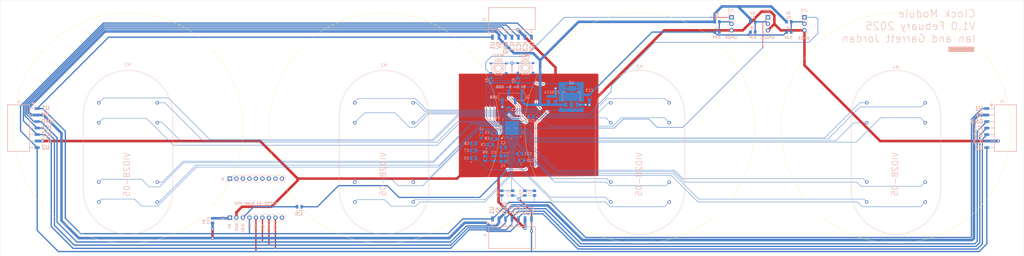
<source format=kicad_pcb>
(kicad_pcb (version 20240108) (generator "pcbnew") (generator_version "8.0")
  (layers (0 "F.Cu" signal) (31 "B.Cu" signal) (34 "B.Paste" user) (35 "F.Paste" user) (36 "B.SilkS" user "B.Silkscreen") (37 "F.SilkS" user "F.Silkscreen") (38 "B.Mask" user) (39 "F.Mask" user) (44 "Edge.Cuts" user))
  (net 0 "")
  (net 1 "GND")
  (net 2 "+5V")
  (net 4 "+3.3V")
  (net 6 "Net-(U1-XTAL_N)")
  (net 7 "Net-(C4-Pad1)")
  (net 12 "Net-(U1-XTAL_P)")
  (net 13 "Net-(J10-Pin_2)")
  (net 15 "/IC2")
  (net 16 "/IC1")
  (net 17 "/IC3")
  (net 18 "/UART_A")
  (net 19 "/UART_B")
  (net 20 "/U1")
  (net 21 "/U2")
  (net 23 "Net-(J5-Pin_1)")
  (net 33 "Net-(C1-Pad1)")
  (net 34 "/M1_B2")
  (net 35 "/M1_B1")
  (net 36 "/M1_A2")
  (net 37 "/M1_B3")
  (net 38 "/M1_A4")
  (net 39 "/M1_A3")
  (net 40 "/M1_B4")
  (net 41 "/M1_A1")
  (net 42 "/M2_B2")
  (net 43 "/M2_A2")
  (net 44 "/M2_B3")
  (net 45 "/M2_A4")
  (net 46 "/M2_A1")
  (net 47 "/M2_A3")
  (net 48 "/M2_B4")
  (net 49 "/M2_B1")
  (net 50 "/M3_B1")
  (net 51 "/M3_B4")
  (net 52 "/M3_B3")
  (net 53 "/M3_A1")
  (net 54 "/M3_A3")
  (net 55 "/M3_A4")
  (net 56 "/M3_A2")
  (net 57 "/M3_B2")
  (net 58 "/M4_A2")
  (net 59 "/M4_A1")
  (net 60 "/M4_B3")
  (net 61 "/M4_B2")
  (net 62 "/M4_A3")
  (net 63 "/M4_A4")
  (net 64 "/M4_B1")
  (net 65 "/M4_B4")
  (net 66 "Net-(J11-Pin_2)")
  (net 67 "/USB_N")
  (net 68 "/USB_P")
  (net 69 "Net-(J13-Pin_2)")
  (net 70 "/RST")
  (net 71 "/BOOT")
  (net 72 "/CS1")
  (net 73 "/GPIO3")
  (net 74 "Net-(J5-Pin_3)")
  (footprint "MountingHole:MountingHole_3.5mm" (layer "F.Cu") (at 299.90694 136.59265)
    (property "Reference" "H9" (hide yes))
    (property "Value" "MountingHole")
  )
  (footprint "MountingHole:MountingHole_3.5mm" (layer "F.Cu") (at 90.90694 136.59265)
    (property "Reference" "H2" (hide yes))
    (property "Value" "MountingHole")
  )
  (footprint "MountingHole:MountingHole_3.5mm" (layer "F.Cu") (at 478.90694 136.59265)
    (property "Reference" "H3" (hide yes))
    (property "Value" "MountingHole")
  )
  (footprint "MountingHole:MountingHole_3.5mm" (layer "F.Cu") (at 384.90694 205.59265)
    (property "Reference" "H7" (hide yes))
    (property "Value" "MountingHole")
  )
  (footprint "MountingHole:MountingHole_3.5mm" (layer "F.Cu") (at 184.90694 205.59265)
    (property "Reference" "H5" (hide yes))
    (property "Value" "MountingHole")
  )
  (footprint "MountingHole:MountingHole_3.5mm" (layer "F.Cu") (at 478.90694 224.59265)
    (property "Reference" "H4" (hide yes))
    (property "Value" "MountingHole")
  )
  (footprint "MountingHole:MountingHole_3.5mm" (layer "F.Cu") (at 184.90694 155.59265)
    (property "Reference" "H6" (hide yes))
    (property "Value" "MountingHole")
  )
  (footprint "MountingHole:MountingHole_3.5mm" (layer "F.Cu") (at 269.90694 224.59265)
    (property "Reference" "H12" (hide yes))
    (property "Value" "MountingHole")
  )
  (footprint "MountingHole:MountingHole_3.5mm" (layer "F.Cu") (at 90.90694 224.59265)
    (property "Reference" "H1" (hide yes))
    (property "Value" "MountingHole")
  )
  (footprint "MountingHole:MountingHole_3.5mm" (layer "F.Cu") (at 269.90694 136.59265)
    (property "Reference" "H10" (hide yes))
    (property "Value" "MountingHole")
  )
  (footprint "MountingHole:MountingHole_3.5mm" (layer "F.Cu") (at 384.90694 155.59265)
    (property "Reference" "H8" (hide yes))
    (property "Value" "MountingHole")
  )
  (footprint "MountingHole:MountingHole_3.5mm" (layer "F.Cu") (at 299.90694 224.59265)
    (property "Reference" "H11" (hide yes))
    (property "Value" "MountingHole")
  )
  (footprint "Connector_PinSocket_2.54mm:PinSocket_1x03_P2.54mm_Vertical" (layer "B.Cu") (at 384.90694 137.34265 180)
    (property "Reference" "J11")
    (property "Value" "Conn_01x03_Pin")
  )
  (footprint "Capacitor_SMD:C_0805_2012Metric" (layer "B.Cu") (at 277.95694 182.59265 180)
    (property "Reference" "C4")
    (property "Value" "0.1uF")
  )
  (footprint "Connector_PinHeader_2.54mm:PinHeader_1x04_P2.54mm_Vertical_SMD_Pin1Right" (layer "B.Cu") (at 284.90694 168.34265 90)
    (property "Reference" "J9")
    (property "Value" "USB")
  )
  (footprint "Capacitor_SMD:C_0805_2012Metric" (layer "B.Cu") (at 277.65694 192.54265 90)
    (property "Reference" "C1")
    (property "Value" "18pF")
  )
  (footprint "Resistor_SMD:R_0805_2012Metric" (layer "B.Cu") (at 289.90694 206.00515 -90)
    (property "Reference" "R24")
    (property "Value" "DNS")
  )
  (footprint "Capacitor_SMD:C_0805_2012Metric" (layer "B.Cu") (at 269.85694 186.59265 180)
    (property "Reference" "C6")
    (property "Value" "0.1uF")
  )
  (footprint "Resistor_SMD:R_0805_2012Metric" (layer "B.Cu") (at 378.99444 143.09265 180)
    (property "Reference" "R8")
    (property "Value" "DNS")
  )
  (footprint "JoradanCustom:VID28-05" (layer "B.Cu") (at 352.40694 158.093332 -90)
    (property "Reference" "M3")
    (property "Value" "~")
  )
  (footprint "Capacitor_SMD:C_0805_2012Metric" (layer "B.Cu") (at 299.15694 169.14265 -90)
    (property "Reference" "C14")
    (property "Value" "10uF")
  )
  (footprint "JoradanCustom:HDR-SMD_7P-P2.54-H-F-L11.5-RIGHT" (layer "B.Cu") (at 284.90694 216.09265 180)
    (property "Reference" "J4")
    (property "Value" "Conn_01x07_Pin")
  )
  (footprint "Capacitor_SMD:C_0805_2012Metric" (layer "B.Cu") (at 287.85694 190.59265 180)
    (property "Reference" "C11")
    (property "Value" "0.1uF")
  )
  (footprint "Capacitor_SMD:C_0805_2012Metric" (layer "B.Cu") (at 315.15694 168.54265 -90)
    (property "Reference" "C13")
    (property "Value" "10uF")
  )
  (footprint "JoradanCustom:VID28-05" (layer "B.Cu") (at 252.40694 158.093332 -90)
    (property "Reference" "M2")
    (property "Value" "~")
  )
  (footprint "JoradanCustom:VID28-05" (layer "B.Cu") (at 452.40694 158.093332 -90)
    (property "Reference" "M4")
    (property "Value" "~")
  )
  (footprint "Capacitor_SMD:C_0805_2012Metric" (layer "B.Cu") (at 301.90694 169.14265 90)
    (property "Reference" "C15")
    (property "Value" "0.1uF")
  )
  (footprint "Resistor_SMD:R_0805_2012Metric" (layer "B.Cu") (at 280.90694 206.00515 -90)
    (property "Reference" "R25")
    (property "Value" "DNS")
  )
  (footprint "Resistor_SMD:R_0805_2012Metric" (layer "B.Cu") (at 201.81944 211.34265)
    (property "Reference" "R11")
    (property "Value" "DNS")
  )
  (footprint "Connector_PinSocket_2.54mm:PinSocket_1x09_P2.54mm_Vertical" (layer "B.Cu") (at 174.70694 215.59265 -90)
    (property "Reference" "J5")
    (property "Value" "Conn_01x09_Socket")
  )
  (footprint "JoradanCustom:Crystal_SMD_TXC_7M-4Pin_3.2x2.5mm" (layer "B.Cu") (at 281.55694 192.49265 -90)
    (property "Reference" "Y1")
    (property "Value" "40MHz")
  )
  (footprint "Connector_PinSocket_2.54mm:PinSocket_1x03_P2.54mm_Vertical" (layer "B.Cu") (at 399.15694 137.34265 180)
    (property "Reference" "J10")
    (property "Value" "Conn_01x03_Pin")
  )
  (footprint "Resistor_SMD:R_0805_2012Metric" (layer "B.Cu") (at 287.15694 162.00515 -90)
    (property "Reference" "R2")
    (property "Value" "10k")
  )
  (footprint "Capacitor_SMD:C_0805_2012Metric" (layer "B.Cu") (at 269.85694 192.34265 180)
    (property "Reference" "C5")
    (property "Value" "1uF")
  )
  (footprint "JoradanCustom:HDR-SMD_7P-P2.54-H-F-L11.5-RIGHT" (layer "B.Cu") (at 99.40694 180.59265 90)
    (property "Reference" "J3")
    (property "Value" "Conn_01x07_Pin")
  )
  (footprint "Resistor_SMD:R_0805_2012Metric" (layer "B.Cu") (at 364.99444 143.09265 180)
    (property "Reference" "R4")
    (property "Value" "DNS")
  )
  (footprint "Capacitor_SMD:C_0805_2012Metric" (layer "B.Cu") (at 283.65694 173.54265 90)
    (property "Reference" "C3")
    (property "Value" "0.1uF")
  )
  (footprint "Capacitor_SMD:C_0805_2012Metric" (layer "B.Cu") (at 277.85694 184.84265 180)
    (property "Reference" "C8")
    (property "Value" "10nF")
  )
  (footprint "Capacitor_SMD:C_0805_2012Metric" (layer "B.Cu") (at 269.85694 189.34265 180)
    (property "Reference" "C7")
    (property "Value" "10uF")
  )
  (footprint "Capacitor_SMD:C_0805_2012Metric" (layer "B.Cu") (at 276.35694 187.09265 180)
    (property "Reference" "C9")
    (property "Value" "1uF")
  )
  (footprint "Resistor_SMD:R_0805_2012Metric" (layer "B.Cu") (at 364.99444 139.09265 180)
    (property "Reference" "R3")
    (property "Value" "0")
  )
  (footprint "Package_TO_SOT_SMD:SOT-223-3_TabPin2" (layer "B.Cu") (at 308.15694 168.34265 90)
    (property "Reference" "U2")
    (property "Value" "NCP1117-3.3_SOT223")
  )
  (footprint "Resistor_SMD:R_0805_2012Metric" (layer "B.Cu") (at 293.65694 206.00515 -90)
    (property "Reference" "R22")
    (property "Value" "240")
  )
  (footprint "Resistor_SMD:R_0805_2012Metric" (layer "B.Cu") (at 285.15694 206.00515 -90)
    (property "Reference" "R23")
    (property "Value" "240")
  )
  (footprint "Inductor_SMD:L_0805_2012Metric" (layer "B.Cu") (at 272.90694 183.40515 90)
    (property "Reference" "L1")
    (property "Value" "1.8nH")
  )
  (footprint "Capacitor_SMD:C_0805_2012Metric" (layer "B.Cu") (at 292.35694 176.09265)
    (property "Reference" "C10")
    (property "Value" "0.1uF")
  )
  (footprint "JoradanCustom:SW-SMD_4P-L5.1-W5.1-P3.70-LS6.5-TL_H1.5" (layer "B.Cu") (at 290.15694 157.09265 180)
    (property "Reference" "SW2")
    (property "Value" "SW_MEC_5E")
  )
  (footprint "Capacitor_SMD:C_0805_2012Metric" (layer "B.Cu") (at 288.60694 193.34265 180)
    (property "Reference" "C12")
    (property "Value" "0.1uF")
  )
  (footprint "JoradanCustom:SW-SMD_4P-L5.1-W5.1-P3.70-LS6.5-TL_H1.5" (layer "B.Cu") (at 279.65694 157.21765 180)
    (property "Reference" "SW1")
    (property "Value" "SW_MEC_5E")
  )
  (footprint "JoradanCustom:VID28-05" (layer "B.Cu") (at 152.40694 158.093332 -90)
    (property "Reference" "M1")
    (property "Value" "~")
  )
  (footprint "JoradanCustom:HDR-SMD_7P-P2.54-H-F-L11.5" (layer "B.Cu") (at 284.90694 145.09265)
    (property "Reference" "J2")
    (property "Value" "Conn_01x07_Pin")
  )
  (footprint "Resistor_SMD:R_0805_2012Metric" (layer "B.Cu") (at 276.65694 162.00515 -90)
    (property "Reference" "R1")
    (property "Value" "10k")
  )
  (footprint "Resistor_SMD:R_0805_2012Metric" (layer "B.Cu") (at 378.99444 139.09265 180)
    (property "Reference" "R7")
    (property "Value" "0")
  )
  (footprint "Connector_PinSocket_2.54mm:PinSocket_1x09_P2.54mm_Vertical" (layer "B.Cu") (at 174.70694 200.34265 -90)
    (property "Reference" "J6")
    (property "Value" "Conn_01x09_Socket")
  )
  (footprint "Connector_PinSocket_2.54mm:PinSocket_1x03_P2.54mm_Vertical" (layer "B.Cu") (at 370.65694 137.34265 180)
    (property "Reference" "J13")
    (property "Value" "Conn_01x03_Pin")
  )
  (footprint "JoradanCustom:HDR-SMD_7P-P2.54-H-F-L11.5" (layer "B.Cu") (at 470.40694 180.59265 -90)
    (property "Reference" "J1")
    (property "Value" "Conn_01x07_Pin")
  )
  (footprint "Resistor_SMD:R_0805_2012Metric" (layer "B.Cu") (at 393.06944 143.09265 180)
    (property "Reference" "R6")
    (property "Value" "DNS")
  )
  (footprint "Resistor_SMD:R_0805_2012Metric" (layer "B.Cu") (at 167.90694 216.75515 -90)
    (property "Reference" "R10")
    (property "Value" "0")
  )
  (footprint "Capacitor_SMD:C_0805_2012Metric" (layer "B.Cu") (at 281.45694 188.09265)
    (property "Reference" "C2")
    (property "Value" "18pF")
  )
  (footprint "JoradanCustom:QFN56_S3FH4R2_EXP" (layer "B.Cu") (at 284.90694 180.59265)
    (property "Reference" "U1")
    (property "Value" "ESP32-S3FH4R2")
  )
  (footprint "Resistor_SMD:R_0805_2012Metric" (layer "B.Cu") (at 274.40694 192.50515 -90)
    (property "Reference" "R9")
    (property "Value" "0")
  )
  (footprint "Resistor_SMD:R_0805_2012Metric" (layer "B.Cu") (at 393.06944 139.09265 180)
    (property "Reference" "R5")
    (property "Value" "0")
  )
  (gr_rect (start 455.40694 148.84265) (end 465.40694 150.84265) (stroke (width 0.1)) (fill solid) (layer "B.SilkS"))
  (gr_circle (center 234.90694 180.59265) (end 279.90694 180.59265) (stroke (width 0.1)) (fill none) (layer "F.SilkS"))
  (gr_circle (center 334.90694 180.59265) (end 379.90694 180.59265) (stroke (width 0.1)) (fill none) (layer "F.SilkS"))
  (gr_circle (center 434.90694 180.59265) (end 479.90694 180.59265) (stroke (width 0.1)) (fill none) (layer "F.SilkS"))
  (gr_circle (center 134.90694 180.59265) (end 179.90694 180.59265) (stroke (width 0.1)) (fill none) (layer "F.SilkS"))
  (gr_rect (start 84.90694 130.59265) (end 484.90694 230.59265) (stroke (width 0.05)) (fill none) (layer "Edge.Cuts"))
  (gr_text "GPIO26" (at 387.65694 145.84265 0) (layer "B.SilkS") (effects (font (size 1 1) (thickness 0.2) (bold yes)) (justify left bottom mirror)))
  (gr_text "GPIO0" (at 372.90694 145.84265 0) (layer "B.SilkS") (effects (font (size 1 1) (thickness 0.2) (bold yes)) (justify left bottom mirror)))
  (gr_text "IC1" (at 188.15694 217.84265 90) (layer "B.SilkS") (effects (font (size 1 1) (thickness 0.2) (bold yes)) (justify left bottom mirror)))
  (gr_text "BOOT" (at 292.15694 152.84265 0) (layer "B.SilkS") (effects (font (size 1 1) (thickness 0.2) (bold yes)) (justify left bottom mirror)))
  (gr_text "ESP32-S3 Super Mini" (at 193.15694 210.59265 0) (layer "B.SilkS") (effects (font (size 1 1) (thickness 0.2) (bold yes)) (justify left bottom mirror)))
  (gr_text "IC2" (at 190.40694 217.84265 90) (layer "B.SilkS") (effects (font (size 1 1) (thickness 0.2) (bold yes)) (justify left bottom mirror)))
  (gr_text "GND" (at 177.90694 217.59265 90) (layer "B.SilkS") (effects (font (size 1 1) (thickness 0.2) (bold yes)) (justify left bottom mirror)))
  (gr_text "5V" (at 165.15694 216.09265 90) (layer "B.SilkS") (effects (font (size 1 1) (thickness 0.2) (bold yes)) (justify left bottom mirror)))
  (gr_text "3.3V" (at 180.40694 217.84265 90) (layer "B.SilkS") (effects (font (size 1 1) (thickness 0.2) (bold yes)) (justify left bottom mirror)))
  (gr_text "U1\n5V\nGND\nIC1\nIC2\nIC3\nU2" (at 293.65694 146.59265 90) (layer "B.SilkS") (effects (font (size 1.6 1.6) (thickness 0.32) (bold yes)) (justify left bottom mirror)))
  (gr_text "3.3V" (at 380.65694 145.59265 0) (layer "B.SilkS") (effects (font (size 1 1) (thickness 0.2) (bold yes)) (justify left bottom mirror)))
  (gr_text "USB" (at 279.40694 169.09265 0) (layer "B.SilkS") (effects (font (size 1 1) (thickness 0.2) (bold yes)) (justify left bottom mirror)))
  (gr_text "5V" (at 393.90694 136.34265 0) (layer "B.SilkS") (effects (font (size 1 1) (thickness 0.2) (bold yes)) (justify left bottom mirror)))
  (gr_text "IC3" (at 192.936246 217.917626 90) (layer "B.SilkS") (effects (font (size 1 1) (thickness 0.2) (bold yes)) (justify left bottom mirror)))
  (gr_text "5V" (at 365.90694 136.59265 0) (layer "B.SilkS") (effects (font (size 1 1) (thickness 0.2) (bold yes)) (justify left bottom mirror)))
  (gr_text "U1\n5V\nGND\nIC1\nIC2\nIC3\nU2" (at 100.90694 189.09265 0) (layer "B.SilkS") (effects (font (size 1.6 1.6) (thickness 0.32) (bold yes)) (justify right bottom mirror)))
  (gr_text "U1" (at 182.90694 217.84265 90) (layer "B.SilkS") (effects (font (size 1 1) (thickness 0.2) (bold yes)) (justify left bottom mirror)))
  (gr_text "U1\n5V\nGND\nIC1\nIC2\nIC3\nU2" (at 469.15694 189.34265 0) (layer "B.SilkS") (effects (font (size 1.6 1.6) (thickness 0.32) (bold yes)) (justify left bottom mirror)))
  (gr_text "U1\n5V\nGND\nIC1\nIC2\nIC3\nU2" (at 293.40694 214.59265 90) (layer "B.SilkS") (effects (font (size 1.6 1.6) (thickness 0.32) (bold yes)) (justify right bottom mirror)))
  (gr_text "Clock Module \nV1.0 Febuary 2025\nIan and Garrett Jordan" (at 466.15694 147.34265 0) (layer "B.SilkS") (effects (font (size 3 3) (thickness 0.2) (bold yes)) (justify left bottom mirror)))
  (gr_text "RESET" (at 281.90694 152.84265 0) (layer "B.SilkS") (effects (font (size 1 1) (thickness 0.2) (bold yes)) (justify left bottom mirror)))
  (gr_text "5V" (at 379.90694 136.34265 0) (layer "B.SilkS") (effects (font (size 1 1) (thickness 0.2) (bold yes)) (justify left bottom mirror)))
  (gr_text "GPIO3" (at 401.40694 146.09265 0) (layer "B.SilkS") (effects (font (size 1 1) (thickness 0.2) (bold yes)) (justify left bottom mirror)))
  (gr_text "3.3V" (at 366.65694 145.59265 0) (layer "B.SilkS") (effects (font (size 1 1) (thickness 0.2) (bold yes)) (justify left bottom mirror)))
  (gr_text "U2" (at 185.40694 217.84265 90) (layer "B.SilkS") (effects (font (size 1 1) (thickness 0.2) (bold yes)) (justify left bottom mirror)))
  (gr_text "3.3V" (at 203.40694 214.84265 0) (layer "B.SilkS") (effects (font (size 1 1) (thickness 0.2) (bold yes)) (justify left bottom mirror)))
  (gr_text "5V" (at 175.15694 217.84265 90) (layer "B.SilkS") (effects (font (size 1 1) (thickness 0.2) (bold yes)) (justify left bottom mirror)))
  (gr_text "3.3V" (at 394.65694 145.84265 0) (layer "B.SilkS") (effects (font (size 1 1) (thickness 0.2) (bold yes)) (justify left bottom mirror)))
  (gr_text "5V D+ D- GND " (at 290.40694 165.09265 0) (layer "B.SilkS") (effects (font (size 1 1) (thickness 0.2) (bold yes)) (justify left bottom mirror)))
  (segment (start 279.65694 209.51265) (end 279.65694 197.84265) (width 1) (layer "F.Cu") (net 1))
  (segment (start 389.90694 142.42265) (end 387.40694 139.92265) (width 1) (layer "F.Cu") (net 1))
  (segment (start 289.98694 219.84265) (end 279.65694 209.51265) (width 1) (layer "F.Cu") (net 1))
  (segment (start 387.40694 139.92265) (end 384.90694 142.42265) (width 1) (layer "F.Cu") (net 1))
  (segment (start 287.15694 142.203326) (end 301.90694 156.953326) (width 1) (layer "F.Cu") (net 1))
  (segment (start 399.15694 156.069737) (end 399.15694 142.42265) (width 1) (layer "F.Cu") (net 1))
  (segment (start 474.90694 185.67265) (end 428.759853 185.67265) (width 1) (layer "F.Cu") (net 1))
  (segment (start 399.15694 142.42265) (end 389.90694 142.42265) (width 1) (layer "F.Cu") (net 1))
  (segment (start 177.24694 213.50265) (end 179.40694 211.34265) (width 1) (layer "F.Cu") (net 1))
  (segment (start 200.90694 200.09265) (end 186.48694 185.67265) (width 1) (layer "F.Cu") (net 1))
  (segment (start 301.90694 156.953326) (end 301.90694 165.09265) (width 1) (layer "F.Cu") (net 1))
  (segment (start 385.90694 135.09265) (end 387.40694 136.59265) (width 1) (layer "F.Cu") (net 1))
  (segment (start 387.40694 136.59265) (end 387.40694 139.92265) (width 1) (layer "F.Cu") (net 1))
  (segment (start 315.05694 171.49265) (end 315.15694 171.59265) (width 1) (layer "F.Cu") (net 1))
  (segment (start 179.40694 211.34265) (end 190.90694 211.34265) (width 1) (layer "F.Cu") (net 1))
  (segment (start 428.759853 185.67265) (end 399.15694 156.069737) (width 1) (layer "F.Cu") (net 1))
  (segment (start 263.40694 200.34265) (end 201.15694 200.34265) (width 1) (layer "F.Cu") (net 1))
  (segment (start 375.07694 142.42265) (end 382.40694 135.09265) (width 1) (layer "F.Cu") (net 1))
  (segment (start 287.15694 142.09265) (end 287.15694 142.203326) (width 1) (layer "F.Cu") (net 1))
  (segment (start 201.15694 200.34265) (end 200.90694 200.09265) (width 1) (layer "F.Cu") (net 1))
  (segment (start 267.15694 196.59265) (end 263.40694 200.34265) (width 1) (layer "F.Cu") (net 1))
  (segment (start 190.90694 211.34265) (end 201.15694 201.09265) (width 1) (layer "F.Cu") (net 1))
  (segment (start 284.90694 155.21765) (end 284.90694 160.84265) (width 0.1524) (layer "F.Cu") (net 1))
  (segment (start 201.15694 201.09265) (end 201.15694 200.34265) (width 1) (layer "F.Cu") (net 1))
  (segment (start 177.24694 215.59265) (end 177.24694 213.50265) (width 1) (layer "F.Cu") (net 1))
  (segment (start 382.40694 135.09265) (end 385.90694 135.09265) (width 1) (layer "F.Cu") (net 1))
  (segment (start 370.65694 142.42265) (end 375.07694 142.42265) (width 1) (layer "F.Cu") (net 1))
  (segment (start 186.48694 185.67265) (end 101.40694 185.67265) (width 1) (layer "F.Cu") (net 1))
  (segment (start 313.65694 171.49265) (end 315.05694 171.49265) (width 1) (layer "F.Cu") (net 1))
  (segment (start 370.65694 142.42265) (end 344.32694 142.42265) (width 1) (layer "F.Cu") (net 1))
  (segment (start 344.32694 142.42265) (end 315.15694 171.59265) (width 1) (layer "F.Cu") (net 1))
  (via (at 274.90694 188.59265) (size 0.5) (drill 0.3048) (layers "F.Cu" "B.Cu") (net 1))
  (via (at 288.40694 194.84265) (size 0.5) (drill 0.3048) (layers "F.Cu" "B.Cu") (net 1))
  (via (at 284.90694 155.21765) (size 1.2192) (drill 0.6096) (layers "F.Cu" "B.Cu") (net 1))
  (via (at 315.15694 171.59265) (size 1.2192) (drill 0.6096) (layers "F.Cu" "B.Cu") (net 1))
  (via (at 313.65694 171.49265) (size 1.2192) (drill 0.6096) (layers "F.Cu" "B.Cu") (net 1))
  (via (at 280.70694 189.59265) (size 0.6096) (drill 0.3048) (layers "F.Cu" "B.Cu") (net 1))
  (via (at 301.90694 165.09265) (size 1.2192) (drill 0.6096) (layers "F.Cu" "B.Cu") (net 1))
  (via (at 287.15694 142.09265) (size 1.2192) (drill 0.6096) (layers "F.Cu" "B.Cu") (net 1))
  (via (at 101.40694 185.67265) (size 1.2192) (drill 0.6096) (layers "F.Cu" "B.Cu") (net 1))
  (via (at 283.15694 180.59265) (size 0.5) (drill 0.3048) (layers "F.Cu" "B.Cu") (net 1))
  (via (at 294.65694 176.34265) (size 0.5) (drill 0.3048) (layers "F.Cu" "B.Cu") (net 1))
  (via (at 286.40694 180.59265) (size 0.5) (drill 0.3048) (layers "F.Cu" "B.Cu") (net 1))
  (via (at 289.98694 219.84265) (size 1.2192) (drill 0.6096) (layers "F.Cu" "B.Cu") (net 1))
  (via (at 268.90694 193.84265) (size 0.5) (drill 0.3048) (layers "F.Cu" "B.Cu") (net 1))
  (via (at 474.90694 185.67265) (size 1.2192) (drill 0.6096) (layers "F.Cu" "B.Cu") (net 1))
  (via (at 281.15694 172.34265) (size 1.2192) (drill 0.6096) (layers "F.Cu" "B.Cu") (net 1))
  (segment (start 268.90694 189.34265) (end 268.90694 186.59265) (width 0.1524) (layer "B.Cu") (net 1))
  (segment (start 280.70694 191.39265) (end 280.70694 189.59265) (width 0.1524) (layer "B.Cu") (net 1))
  (segment (start 281.09694 172.28265) (end 281.09694 169.99765) (width 0.5) (layer "B.Cu") (net 1))
  (segment (start 283.65694 172.59265) (end 281.90694 172.59265) (width 0.2032) (layer "B.Cu") (net 1))
  (segment (start 289.98694 216.09265) (end 289.98694 219.84265) (width 1) (layer "B.Cu") (net 1))
  (segment (start 284.90694 155.21765) (end 282.78194 155.21765) (width 0.1524) (layer "B.Cu") (net 1))
  (segment (start 315.15694 171.59265) (end 315.15694 169.49265) (width 1) (layer "B.Cu") (net 1))
  (segment (start 301.90694 168.19265) (end 301.90694 165.09265) (width 1) (layer "B.Cu") (net 1))
  (segment (start 287.65694 193.34265) (end 288.40694 194.09265) (width 0.1524) (layer "B.Cu") (net 1))
  (segment (start 276.90694 185.59265) (end 275.40694 187.09265) (width 0.1524) (layer "B.Cu") (net 1))
  (segment (start 281.65694 172.34265) (end 281.15694 172.34265) (width 0.2032) (layer "B.Cu") (net 1))
  (segment (start 281.15694 172.34265) (end 281.09694 172.28265) (width 0.5) (layer "B.Cu") (net 1))
  (segment (start 276.90694 184.84265) (end 276.90694 185.59265) (width 0.1524) (layer "B.Cu") (net 1))
  (segment (start 282.65694 155.34265) (end 276.65694 155.34265) (width 0.1524) (layer "B.Cu") (net 1))
  (segment (start 288.40694 194.09265) (end 288.40694 194.84265) (width 0.1524) (layer "B.Cu") (net 1))
  (segment (start 278.10694 191.39265) (end 280.70694 191.39265) (width 0.1524) (layer "B.Cu") (net 1))
  (segment (start 294.40694 176.09265) (end 294.65694 176.34265) (width 0.1524) (layer "B.Cu") (net 1))
  (segment (start 470.40694 185.67265) (end 474.90694 185.67265) (width 1) (layer "B.Cu") (net 1))
  (segment (start 275.40694 188.09265) (end 274.90694 188.59265) (width 0.1524) (layer "B.Cu") (net 1))
  (segment (start 268.90694 192.34265) (end 268.90694 193.84265) (width 0.1524) (layer "B.Cu") (net 1))
  (segment (start 99.40694 185.67265) (end 101.40694 185.67265) (width 1) (layer "B.Cu") (net 1))
  (segment (start 268.90694 192.34265) (end 268.90694 189.34265) (width 0.1524) (layer "B.Cu") (net 1))
  (segment (start 287.65694 191.34265) (end 287.65694 193.34265) (width 0.1524) (layer "B.Cu") (net 1))
  (segment (start 293.30694 176.09265) (end 294.40694 176.09265) (width 0.1524) (layer "B.Cu") (net 1))
  (segment (start 282.40694 193.09265) (end 280.70694 191.39265) (width 0.1524) (layer "B.Cu") (net 1))
  (segment (start 277.00694 182.59265) (end 277.00694 184.74265) (width 0.1524) (layer "B.Cu") (net 1))
  (segment (start 289.98694 144.92265) (end 287.15694 142.09265) (width 1) (layer "B.Cu") (net 1))
  (segment (start 301.90694 168.19265) (end 299.15694 168.19265) (width 1) (layer "B.Cu") (net 1))
  (segment (start 275.40694 187.09265) (end 275.40694 188.09265) (width 0.1524) (layer "B.Cu") (net 1))
  (segment (start 286.90694 190.59265) (end 287.65694 191.34265) (width 0.1524) (layer "B.Cu") (net 1))
  (segment (start 287.15694 155.21765) (end 284.90694 155.21765) (width 0.1524) (layer "B.Cu") (net 1))
  (segment (start 281.90694 172.59265) (end 281.65694 172.34265) (width 0.2032) (layer "B.Cu") (net 1))
  (segment (start 310.45694 171.49265) (end 313.65694 171.49265) (width 1) (layer "B.Cu") (net 1))
  (segment (start 280.70694 189.59265) (end 280.70694 188.29265) (width 0.1524) (layer "B.Cu") (net 1))
  (segment (start 293.15694 155.21765) (end 287.15694 155.21765) (width 0.1524) (layer "B.Cu") (net 1))
  (segment (start 167.90694 220.09265) (end 167.90694 223.59265) (width 1) (layer "F.Cu") (net 2))
  (via (at 167.90694 220.09265) (size 1.2192) (drill 0.6096) (layers "F.Cu" "B.Cu") (net 2))
  (via (at 167.90694 223.59265) (size 1.2192) (drill 0.6096) (layers "F.Cu" "B.Cu") (net 2))
  (segment (start 96.15694 174.59265) (end 97.07694 175.51265) (width 1) (layer "B.Cu") (net 2))
  (segment (start 386.15694 133.09265) (end 392.15694 139.09265) (width 1) (layer "B.Cu") (net 2))
  (segment (start 260.40694 223.59265) (end 266.40694 217.59265) (width 1) (layer "B.Cu") (net 2))
  (segment (start 279.82694 217.67265) (end 279.82694 216.09265) (width 1) (layer "B.Cu") (net 2))
  (segment (start 108.90694 216.84265) (end 115.65694 223.59265) (width 1) (layer "B.Cu") (net 2))
  (segment (start 366.90694 133.09265) (end 373.15694 133.09265) (width 1) (layer "B.Cu") (net 2))
  (segment (start 101.82694 175.51265) (end 108.90694 182.59265) (width 1) (layer "B.Cu") (net 2))
  (segment (start 373.15694 133.09265) (end 386.15694 133.09265) (width 1) (layer "B.Cu") (net 2))
  (segment (start 278.65694 218.84265) (end 279.82694 217.67265) (width 1) (layer "B.Cu") (net 2))
  (segment (start 295.90694 154.09265) (end 295.90694 171.49265) (width 1) (layer "B.Cu") (net 2))
  (segment (start 465.40694 177.34265) (end 465.40694 223.59265) (width 1) (layer "B.Cu") (net 2))
  (segment (start 312.40694 224.34265) (end 298.90694 210.84265) (width 1) (layer "B.Cu") (net 2))
  (segment (start 125.90694 142.84265) (end 96.15694 172.59265) (width 1) (layer "B.Cu") (net 2))
  (segment (start 310.90694 139.09265) (end 364.08194 139.09265) (width 1) (layer "B.Cu") (net 2))
  (segment (start 99.40694 175.51265) (end 101.82694 175.51265) (width 1) (layer "B.Cu") (net 2))
  (segment (start 285.07694 210.84265) (end 279.82694 216.09265) (width 1) (layer "B.Cu") (net 2))
  (segment (start 290.21194 171.49265) (end 288.71694 169.99765) (width 1) (layer "B.Cu") (net 2))
  (segment (start 115.65694 223.59265) (end 167.90694 223.59265) (width 1) (layer "B.Cu") (net 2))
  (segment (start 295.90694 154.09265) (end 310.90694 139.09265) (width 1) (layer "B.Cu") (net 2))
  (segment (start 299.15694 171.49265) (end 299.15694 170.09265) (width 1) (layer "B.Cu") (net 2))
  (segment (start 465.40694 223.59265) (end 464.65694 224.34265) (width 1) (layer "B.Cu") (net 2))
  (segment (start 96.15694 172.59265) (end 96.15694 174.59265) (width 1) (layer "B.Cu") (net 2))
  (segment (start 108.90694 182.59265) (end 108.90694 216.84265) (width 1) (layer "B.Cu") (net 2))
  (segment (start 266.40694 217.59265) (end 274.90694 217.59265) (width 1) (layer "B.Cu") (net 2))
  (segment (start 167.90694 217.66765) (end 167.90694 220.09265) (width 1) (layer "B.Cu") (net 2))
  (segment (start 470.40694 175.51265) (end 467.23694 175.51265) (width 1) (layer "B.Cu") (net 2))
  (segment (start 301.90694 171.49265) (end 299.15694 171.49265) (width 1) (layer "B.Cu") (net 2))
  (segment (start 285.65694 151.34265) (end 293.15694 151.34265) (width 1) (layer "B.Cu") (net 2))
  (segment (start 464.65694 224.34265) (end 312.40694 224.34265) (width 1) (layer "B.Cu") (net 2))
  (segment (start 276.15694 218.84265) (end 278.65694 218.84265) (width 1) (layer "B.Cu") (net 2))
  (segment (start 364.08194 139.09265) (end 364.08194 135.91765) (width 1) (layer "B.Cu") (net 2))
  (segment (start 97.07694 175.51265) (end 99.40694 175.51265) (width 1) (layer "B.Cu") (net 2))
  (segment (start 467.23694 175.51265) (end 465.40694 177.34265) (width 1) (layer "B.Cu") (net 2))
  (segment (start 274.90694 217.59265) (end 276.15694 218.84265) (width 1) (layer "B.Cu") (net 2))
  (segment (start 167.90694 223.59265) (end 260.40694 223.59265) (width 1) (layer "B.Cu") (net 2))
  (segment (start 373.15694 133.09265) (end 378.08194 138.01765) (width 1) (layer "B.Cu") (net 2))
  (segment (start 364.08194 135.91765) (end 366.90694 133.09265) (width 1) (layer "B.Cu") (net 2))
  (segment (start 299.15694 171.49265) (end 295.90694 171.49265) (width 1) (layer "B.Cu") (net 2))
  (segment (start 279.82694 145.51265) (end 285.65694 151.34265) (width 1) (layer "B.Cu") (net 2))
  (segment (start 378.08194 138.01765) (end 378.08194 139.09265) (width 1) (layer "B.Cu") (net 2))
  (segment (start 279.82694 145.09265) (end 279.82694 144.01265) (width 1) (layer "B.Cu") (net 2))
  (segment (start 278.65694 142.84265) (end 125.90694 142.84265) (width 1) (layer "B.Cu") (net 2))
  (segment (start 298.90694 210.84265) (end 285.07694 210.84265) (width 1) (layer "B.Cu") (net 2))
  (segment (start 279.82694 144.01265) (end 278.65694 142.84265) (width 1) (layer "B.Cu") (net 2))
  (segment (start 305.85694 171.49265) (end 301.90694 171.49265) (width 1) (layer "B.Cu") (net 2))
  (segment (start 293.15694 151.34265) (end 295.90694 154.09265) (width 1) (layer "B.Cu") (net 2))
  (segment (start 301.90694 171.49265) (end 301.90694 170.09265) (width 1) (layer "B.Cu") (net 2))
  (segment (start 288.71694 169.99765) (end 288.71694 166.68765) (width 1) (layer "B.Cu") (net 2))
  (segment (start 295.90694 171.49265) (end 290.21194 171.49265) (width 1) (layer "B.Cu") (net 2))
  (segment (start 285.241505 176.84265) (end 283.902517 175.503662) (width 0.1524) (layer "F.Cu") (net 4))
  (segment (start 294.15694 178.84265) (end 295.65694 177.34265) (width 0.1524) (layer "F.Cu") (net 4))
  (segment (start 283.15694 196.84265) (end 290.15694 196.84265) (width 0.1524) (layer "F.Cu") (net 4))
  (segment (start 294.15694 195.34265) (end 294.15694 178.84265) (width 0.1524) (layer "F.Cu") (net 4))
  (segment (start 289.40694 177.99265) (end 288.25694 176.84265) (width 0.1524) (layer "F.Cu") (net 4))
  (segment (start 295.65694 177.34265) (end 298.65694 174.34265) (width 0.2032) (layer "F.Cu") (net 4))
  (segment (start 288.25694 176.84265) (end 285.241505 176.84265) (width 0.1524) (layer "F.Cu") (net 4))
  (segment (start 294.40694 163.09265) (end 294.65694 163.34265) (width 0.2032) (layer "F.Cu") (net 4))
  (segment (start 290.15694 196.84265) (end 290.40694 196.59265) (width 0.1524) (layer "F.Cu") (net 4))
  (segment (start 294.65694 163.34265) (end 297.15694 163.34265) (width 0.2032) (layer "F.Cu") (net 4))
  (via (at 295.65694 177.34265) (size 0.5) (drill 0.3048) (layers "F.Cu" "B.Cu") (net 4))
  (via (at 294.40694 163.09265) (size 0.5) (drill 0.3048) (layers "F.Cu" "B.Cu") (net 4))
  (via (at 294.15694 195.34265) (size 0.5) (drill 0.3048) (layers "F.Cu" "B.Cu") (net 4))
  (via (at 283.902517 175.503662) (size 0.5) (drill 0.3048) (layers "F.Cu" "B.Cu") (net 4))
  (via (at 297.15694 163.34265) (size 0.5) (drill 0.3048) (layers "F.Cu" "B.Cu") (net 4))
  (via (at 283.15694 196.84265) (size 0.5) (drill 0.3048) (layers "F.Cu" "B.Cu") (net 4))
  (via (at 289.40694 177.99265) (size 0.5) (drill 0.3048) (layers "F.Cu" "B.Cu") (net 4))
  (via (at 298.65694 174.34265) (size 0.5) (drill 0.3048) (layers "F.Cu" "B.Cu") (net 4))
  (via (at 290.40694 196.59265) (size 0.5) (drill 0.3048) (layers "F.Cu" "B.Cu") (net 4))
  (segment (start 315.15694 167.59265) (end 310.55694 167.59265) (width 1) (layer "B.Cu") (net 4))
  (segment (start 275.05694 189.34265) (end 277.30694 187.09265) (width 0.1524) (layer "B.Cu") (net 4))
  (segment (start 376.93194 144.24265) (end 391.00694 144.24265) (width 0.5) (layer "B.Cu") (net 4))
  (segment (start 282.40694 184.84265) (end 282.15694 184.84265) (width 0.1524) (layer "B.Cu") (net 4))
  (segment (start 307.90694 163.34265) (end 308.15694 163.59265) (width 0.2032) (layer "B.Cu") (net 4))
  (segment (start 364.08194 143.09265) (end 339.65694 143.09265) (width 0.5) (layer "B.Cu") (net 4))
  (segment (start 278.80694 184.84265) (end 282.15694 184.84265) (width 0.1524) (layer "B.Cu") (net 4))
  (segment (start 308.15694 163.59265) (end 308.15694 165.19265) (width 0.2032) (layer "B.Cu") (net 4))
  (segment (start 283.15694 196.84265) (end 272.302258 207.697332) (width 0.5) (layer "B.Cu") (net 4))
  (segment (start 282.70694 184.54265) (end 282.40694 184.84265) (width 0.1524) (layer "B.Cu") (net 4))
  (segment (start 289.50694 177.99265) (end 291.40694 176.09265) (width 0.1524) (layer "B.Cu") (net 4))
  (segment (start 284.30694 175.908085) (end 284.30694 176.09265) (width 0.1524) (layer "B.Cu") (net 4))
  (segment (start 364.08194 143.09265) (end 365.23194 144.24265) (width 0.5) (layer "B.Cu") (net 4))
  (segment (start 275.30694 196.84265) (end 283.15694 196.84265) (width 0.1524) (layer "B.Cu") (net 4))
  (segment (start 365.23194 144.24265) (end 376.93194 144.24265) (width 0.5) (layer "B.Cu") (net 4))
  (segment (start 240.761622 207.697332) (end 236.15694 203.09265) (width 0.5) (layer "B.Cu") (net 4))
  (segment (start 208.90694 211.34265) (end 202.73194 211.34265) (width 0.5) (layer "B.Cu") (net 4))
  (segment (start 391.00694 144.24265) (end 392.15694 143.09265) (width 0.5) (layer "B.Cu") (net 4))
  (segment (start 288.80694 190.59265) (end 286.30694 188.09265) (width 0.1524) (layer "B.Cu") (net 4))
  (segment (start 272.90694 184.49265) (end 270.80694 186.59265) (width 0.1524) (layer "B.Cu") (net 4))
  (segment (start 282.30694 184.69265) (end 282.30694 184.04265) (width 0.1524) (layer "B.Cu") (net 4))
  (segment (start 289.55694 191.34265) (end 288.80694 190.59265) (width 0.1524) (layer "B.Cu") (net 4))
  (segment (start 270.80694 186.59265) (end 270.80694 189.34265) (width 0.1524) (layer "B.Cu") (net 4))
  (segment (start 217.15694 203.09265) (end 208.90694 211.34265) (width 0.5) (layer "B.Cu") (net 4))
  (segment (start 270.80694 189.34265) (end 270.80694 192.34265) (width 0.1524) (layer "B.Cu") (net 4))
  (segment (start 270.80694 189.34265) (end 275.05694 189.34265) (width 0.1524) (layer "B.Cu") (net 4))
  (segment (start 283.902517 175.503662) (end 284.30694 175.908085) (width 0.1524) (layer "B.Cu") (net 4))
  (segment (start 294.23194 162.91765) (end 294.40694 163.09265) (width 0.2032) (layer "B.Cu") (net 4))
  (segment (start 277.30694 187.09265) (end 277.30694 186.34265) (width 0.1524) (layer "B.Cu") (net 4))
  (segment (start 284.30694 176.09265) (end 284.30694 177.14265) (width 0.1524) (layer "B.Cu") (net 4))
  (segment (start 292.65694 177.34265) (end 295.65694 177.34265) (width 0.2032) (layer "B.Cu") (net 4))
  (segment (start 289.40694 177.99265) (end 289.50694 177.99265) (width 0.1524) (layer "B.Cu") (net 4))
  (segment (start 289.55694 193.34265) (end 289.55694 191.34265) (width 0.1524) (layer "B.Cu") (net 4))
  (segment (start 299.40694 173.59265) (end 308.15694 173.59265) (width 0.2032) (layer "B.Cu") (net 4))
  (segment (start 282.15694 184.84265) (end 282.30694 184.69265) (width 0.1524) (layer "B.Cu") (net 4))
  (segment (start 287.15694 162.91765) (end 276.65694 162.91765) (width 0.2032) (layer "B.Cu") (net 4))
  (segment (start 236.15694 203.09265) (end 217.15694 203.09265) (width 0.5) (layer "B.Cu") (net 4))
  (segment (start 297.15694 163.34265) (end 307.90694 163.34265) (width 0.2032) (layer "B.Cu") (net 4))
  (segment (start 289.55694 193.34265) (end 292.15694 193.34265) (width 0.1524) (layer "B.Cu") (net 4))
  (segment (start 291.40694 176.09265) (end 292.65694 177.34265) (width 0.2032) (layer "B.Cu") (net 4))
  (segment (start 272.302258 207.697332) (end 240.761622 207.697332) (width 0.5) (layer "B.Cu") (net 4))
  (segment (start 283.65694 174.49265) (end 284.30694 175.14265) (width 0.1524) (layer "B.Cu") (net 4))
  (segment (start 291.65694 195.34265) (end 294.15694 195.34265) (width 0.1524) (layer "B.Cu") (net 4))
  (segment (start 376.93194 144.24265) (end 378.08194 143.09265) (width 0.5) (layer "B.Cu") (net 4))
  (segment (start 308.15694 173.59265) (end 308.15694 171.49265) (width 0.2032) (layer "B.Cu") (net 4))
  (segment (start 287.15694 162.91765) (end 294.23194 162.91765) (width 0.2032) (layer "B.Cu") (net 4))
  (segment (start 298.65694 174.34265) (end 299.40694 173.59265) (width 0.2032) (layer "B.Cu") (net 4))
  (segment (start 292.15694 193.34265) (end 294.15694 195.34265) (width 0.1524) (layer "B.Cu") (net 4))
  (segment (start 339.65694 143.09265) (end 315.15694 167.59265) (width 0.5) (layer "B.Cu") (net 4))
  (segment (start 270.80694 192.34265) (end 275.30694 196.84265) (width 0.1524) (layer "B.Cu") (net 4))
  (segment (start 284.30694 175.14265) (end 284.30694 176.09265) (width 0.1524) (layer "B.Cu") (net 4))
  (segment (start 286.30694 188.09265) (end 286.30694 184.04265) (width 0.1524) (layer "B.Cu") (net 4))
  (segment (start 290.40694 196.59265) (end 291.65694 195.34265) (width 0.1524) (layer "B.Cu") (net 4))
  (segment (start 282.70694 184.04265) (end 282.70694 184.54265) (width 0.1524) (layer "B.Cu") (net 4))
  (segment (start 288.31054 177.99265) (end 289.40694 177.99265) (width 0.1524) (layer "B.Cu") (net 4))
  (segment (start 277.30694 186.34265) (end 278.80694 184.84265) (width 0.1524) (layer "B.Cu") (net 4))
  (segment (start 283.50694 186.74265) (end 283.50694 184.04265) (width 0.1524) (layer "B.Cu") (net 6))
  (segment (start 282.40694 187.84265) (end 283.50694 186.74265) (width 0.1524) (layer "B.Cu") (net 6))
  (segment (start 282.40694 191.39265) (end 282.40694 187.84265) (width 0.1524) (layer "B.Cu") (net 6))
  (segment (start 280.686907 182.59265) (end 280.686907 183.062683) (width 0.1524) (layer "B.Cu") (net 7))
  (segment (start 280.886907 182.39265) (end 280.686907 182.59265) (width 0.1524) (layer "B.Cu") (net 7))
  (segment (start 281.45694 182.79265) (end 280.95694 182.79265) (width 0.1524) (layer "B.Cu") (net 7))
  (segment (start 280.631063 183.118527) (end 279.432817 183.118527) (width 0.1524) (layer "B.Cu") (net 7))
  (segment (start 276.15814 181.59145) (end 276.15694 181.59265) (width 0.1524) (layer "B.Cu") (net 7))
  (segment (start 280.686907 183.062683) (end 280.631063 183.118527) (width 0.1524) (layer "B.Cu") (net 7))
  (segment (start 272.90694 181.84265) (end 272.90694 182.34265) (width 0.1524) (layer "B.Cu") (net 7))
  (segment (start 278.90694 182.59265) (end 277.90574 181.59145) (width 0.1524) (layer "B.Cu") (net 7))
  (segment (start 277.90574 181.59145) (end 276.15814 181.59145) (width 0.1524) (layer "B.Cu") (net 7))
  (segment (start 280.95694 182.79265) (end 280.631063 183.118527) (width 0.1524) (layer "B.Cu") (net 7))
  (segment (start 281.45694 182.39265) (end 280.886907 182.39265) (width 0.1524) (layer "B.Cu") (net 7))
  (segment (start 273.15694 181.59265) (end 272.90694 181.84265) (width 0.1524) (layer "B.Cu") (net 7))
  (segment (start 279.432817 183.118527) (end 278.90694 182.59265) (width 0.1524) (layer "B.Cu") (net 7))
  (segment (start 276.15694 181.59265) (end 273.15694 181.59265) (width 0.1524) (layer "B.Cu") (net 7))
  (segment (start 274.40694 191.59265) (end 279.15694 186.84265) (width 0.1524) (layer "B.Cu") (net 12))
  (segment (start 279.15694 186.84265) (end 282.40694 186.84265) (width 0.1524) (layer "B.Cu") (net 12))
  (segment (start 283.10694 186.14265) (end 283.10694 184.04265) (width 0.1524) (layer "B.Cu") (net 12))
  (segment (start 282.40694 186.84265) (end 283.10694 186.14265) (width 0.1524) (layer "B.Cu") (net 12))
  (segment (start 393.98194 139.09265) (end 398.36694 139.09265) (width 0.5) (layer "B.Cu") (net 13))
  (segment (start 393.98194 143.09265) (end 393.98194 139.09265) (width 0.5) (layer "B.Cu") (net 13))
  (segment (start 398.36694 139.09265) (end 399.15694 139.88265) (width 0.5) (layer "B.Cu") (net 13))
  (segment (start 189.94694 226.30265) (end 189.90694 226.34265) (width 0.5) (layer "F.Cu") (net 15))
  (segment (start 189.94694 215.59265) (end 189.94694 226.30265) (width 0.5) (layer "F.Cu") (net 15))
  (via (at 189.90694 226.34265) (size 0.5) (drill 0.3048) (layers "F.Cu" "B.Cu") (net 15))
  (segment (start 284.90694 216.09265) (end 284.90694 218.09265) (width 0.5) (layer "B.Cu") (net 15))
  (segment (start 94.65294 175.83865) (end 99.40694 180.59265) (width 0.5) (layer "B.Cu") (net 15))
  (segment (start 284.90694 218.09265) (end 282.65294 220.34665) (width 0.5) (layer "B.Cu") (net 15))
  (segment (start 125.529962 141.09265) (end 94.65294 171.969672) (width 0.5) (layer "B.Cu") (net 15))
  (segment (start 267.741511 219.59265) (end 260.991511 226.34265) (width 0.5) (layer "B.Cu") (net 15))
  (segment (start 284.90694 145.09265) (end 280.90694 141.09265) (width 0.5) (layer "B.Cu") (net 15))
  (segment (start 467.65694 225.34265) (end 466.15694 226.84265) (width 0.5) (layer "B.Cu") (net 15))
  (segment (start 297.40694 213.09265) (end 287.40694 213.09265) (width 0.5) (layer "B.Cu") (net 15))
  (segment (start 113.90694 226.34265) (end 189.90694 226.34265) (width 0.5) (layer "B.Cu") (net 15))
  (segment (start 467.65694 183.34265) (end 467.65694 225.34265) (width 0.5) (layer "B.Cu") (net 15))
  (segment (start 287.40694 213.09265) (end 284.90694 215.59265) (width 0.5) (layer "B.Cu") (net 15))
  (segment (start 113.90694 226.34265) (end 106.15694 218.59265) (width 0.5) (layer "B.Cu") (net 15))
  (segment (start 311.15694 226.84265) (end 297.40694 213.09265) (width 0.5) (layer "B.Cu") (net 15))
  (segment (start 94.65294 171.969672) (end 94.65294 175.83865) (width 0.5) (layer "B.Cu") (net 15))
  (segment (start 274.779962 219.59265) (end 267.741511 219.59265) (width 0.5) (layer "B.Cu") (net 15))
  (segment (start 280.90694 141.09265) (end 125.529962 141.09265) (width 0.5) (layer "B.Cu") (net 15))
  (segment (start 470.40694 180.59265) (end 467.65694 183.34265) (width 0.5) (layer "B.Cu") (net 15))
  (segment (start 101.65694 180.59265) (end 99.40694 180.59265) (width 0.5) (layer "B.Cu") (net 15))
  (segment (start 106.15694 218.59265) (end 106.15694 185.09265) (width 0.5) (layer "B.Cu") (net 15))
  (segment (start 106.15694 185.09265) (end 101.65694 180.59265) (width 0.5) (layer "B.Cu") (net 15))
  (segment (start 275.533962 220.34665) (end 274.779962 219.59265) (width 0.5) (layer "B.Cu") (net 15))
  (segment (start 466.15694 226.84265) (end 311.15694 226.84265) (width 0.5) (layer "B.Cu") (net 15))
  (segment (start 282.65294 220.34665) (end 275.533962 220.34665) (width 0.5) (layer "B.Cu") (net 15))
  (segment (start 260.991511 226.34265) (end 189.90694 226.34265) (width 0.5) (layer "B.Cu") (net 15))
  (segment (start 187.40694 215.59265) (end 187.40694 225.09265) (width 0.5) (layer "F.Cu") (net 16))
  (via (at 187.40694 225.09265) (size 0.5) (drill 0.3048) (layers "F.Cu" "B.Cu") (net 16))
  (segment (start 466.65694 224.84265) (end 466.65694 181.80265) (width 0.5) (layer "B.Cu") (net 16))
  (segment (start 267.15694 218.84265) (end 274.916674 218.84265) (width 0.5) (layer "B.Cu") (net 16))
  (segment (start 100.86694 178.05265) (end 107.15694 184.34265) (width 0.5) (layer "B.Cu") (net 16))
  (segment (start 260.90694 225.09265) (end 267.15694 218.84265) (width 0.5) (layer "B.Cu") (net 16))
  (segment (start 95.27994 172.229384) (end 95.27994 175.21565) (width 0.5) (layer "B.Cu") (net 16))
  (segment (start 282.36694 215.88265) (end 286.15694 212.09265) (width 0.5) (layer "B.Cu") (net 16))
  (segment (start 286.15694 212.09265) (end 298.15694 212.09265) (width 0.5) (layer "B.Cu") (net 16))
  (segment (start 311.90694 225.84265) (end 465.65694 225.84265) (width 0.5) (layer "B.Cu") (net 16))
  (segment (start 99.40694 178.05265) (end 100.86694 178.05265) (width 0.5) (layer "B.Cu") (net 16))
  (segment (start 466.65694 181.80265) (end 470.40694 178.05265) (width 0.5) (layer "B.Cu") (net 16))
  (segment (start 275.793674 219.71965) (end 280.27994 219.71965) (width 0.5) (layer "B.Cu") (net 16))
  (segment (start 298.15694 212.09265) (end 311.90694 225.84265) (width 0.5) (layer "B.Cu") (net 16))
  (segment (start 107.15694 217.34265) (end 114.90694 225.09265) (width 0.5) (layer "B.Cu") (net 16))
  (segment (start 95.27994 175.21565) (end 98.11694 178.05265) (width 0.5) (layer "B.Cu") (net 16))
  (segment (start 280.27994 219.71965) (end 282.36694 217.63265) (width 0.5) (layer "B.Cu") (net 16))
  (segment (start 114.90694 225.09265) (end 187.40694 225.09265) (width 0.5) (layer "B.Cu") (net 16))
  (segment (start 279.11694 141.84265) (end 125.666674 141.84265) (width 0.5) (layer "B.Cu") (net 16))
  (segment (start 282.36694 145.09265) (end 279.11694 141.84265) (width 0.5) (layer "B.Cu") (net 16))
  (segment (start 187.40694 225.09265) (end 260.90694 225.09265) (width 0.5) (layer "B.Cu") (net 16))
  (segment (start 465.65694 225.84265) (end 466.65694 224.84265) (width 0.5) (layer "B.Cu") (net 16))
  (segment (start 107.15694 184.34265) (end 107.15694 217.34265) (width 0.5) (layer "B.Cu") (net 16))
  (segment (start 274.916674 218.84265) (end 275.793674 219.71965) (width 0.5) (layer "B.Cu") (net 16))
  (segment (start 98.11694 178.05265) (end 99.40694 178.05265) (width 0.5) (layer "B.Cu") (net 16))
  (segment (start 125.666674 141.84265) (end 95.27994 172.229384) (width 0.5) (layer "B.Cu") (net 16))
  (segment (start 282.36694 217.63265) (end 282.36694 216.09265) (width 0.5) (layer "B.Cu") (net 16))
  (segment (start 192.48694 227.51265) (end 192.40694 227.59265) (width 0.5) (layer "F.Cu") (net 17))
  (segment (start 192.48694 215.59265) (end 192.48694 227.51265) (width 0.5) (layer "F.Cu") (net 17))
  (via (at 192.40694 227.59265) (size 0.5) (drill 0.3048) (layers "F.Cu" "B.Cu") (net 17))
  (segment (start 310.65694 227.84265) (end 466.65694 227.84265) (width 0.5) (layer "B.Cu") (net 17))
  (segment (start 102.44694 183.13265) (end 104.90694 185.59265) (width 0.5) (layer "B.Cu") (net 17))
  (segment (start 287.44694 145.09265) (end 282.69694 140.34265) (width 0.5) (layer "B.Cu") (net 17))
  (segment (start 466.65694 227.84265) (end 468.65694 225.84265) (width 0.5) (layer "B.Cu") (net 17))
  (segment (start 268.15694 220.34265) (end 274.64325 220.34265) (width 0.5) (layer "B.Cu") (net 17))
  (segment (start 284.27594 220.97365) (end 287.44694 217.80265) (width 0.5) (layer "B.Cu") (net 17))
  (segment (start 104.90694 219.09265) (end 113.40694 227.59265) (width 0.5) (layer "B.Cu") (net 17))
  (segment (start 287.44694 217.80265) (end 287.44694 216.09265) (width 0.5) (layer "B.Cu") (net 17))
  (segment (start 287.44694 215.55265) (end 288.90694 214.09265) (width 0.5) (layer "B.Cu") (net 17))
  (segment (start 94.02594 177.75165) (end 99.40694 183.13265) (width 0.5) (layer "B.Cu") (net 17))
  (segment (start 99.40694 183.13265) (end 102.44694 183.13265) (width 0.5) (layer "B.Cu") (net 17))
  (segment (start 282.69694 140.34265) (end 125.39325 140.34265) (width 0.5) (layer "B.Cu") (net 17))
  (segment (start 125.39325 140.34265) (end 94.02594 171.70996) (width 0.5) (layer "B.Cu") (net 17))
  (segment (start 296.90694 214.09265) (end 310.65694 227.84265) (width 0.5) (layer "B.Cu") (net 17))
  (segment (start 260.90694 227.59265) (end 268.15694 220.34265) (width 0.5) (layer "B.Cu") (net 17))
  (segment (start 288.90694 214.09265) (end 296.90694 214.09265) (width 0.5) (layer "B.Cu") (net 17))
  (segment (start 274.64325 220.34265) (end 275.27425 220.97365) (width 0.5) (layer "B.Cu") (net 17))
  (segment (start 275.27425 220.97365) (end 284.27594 220.97365) (width 0.5) (layer "B.Cu") (net 17))
  (segment (start 104.90694 185.59265) (end 104.90694 219.09265) (width 0.5) (layer "B.Cu") (net 17))
  (segment (start 94.02594 171.70996) (end 94.02594 177.75165) (width 0.5) (layer "B.Cu") (net 17))
  (segment (start 113.40694 227.59265) (end 192.40694 227.59265) (width 0.5) (layer "B.Cu") (net 17))
  (segment (start 468.65694 225.84265) (end 468.65694 185.02265) (width 0.5) (layer "B.Cu") (net 17))
  (segment (start 192.40694 227.59265) (end 260.90694 227.59265) (width 0.5) (layer "B.Cu") (net 17))
  (segment (start 468.65694 185.02265) (end 470.40694 183.27265) (width 0.5) (layer "B.Cu") (net 17))
  (segment (start 285.10694 200.29265) (end 289.90694 205.09265) (width 0.1524) (layer "B.Cu") (net 18))
  (segment (start 285.10694 184.04265) (end 285.10694 200.29265) (width 0.1524) (layer "B.Cu") (net 18))
  (segment (start 289.90694 205.09265) (end 293.65694 205.09265) (width 0.1524) (layer "B.Cu") (net 18))
  (segment (start 284.70694 204.64265) (end 285.15694 205.09265) (width 0.1524) (layer "B.Cu") (net 19))
  (segment (start 285.15694 205.09265) (end 280.90694 205.09265) (width 0.1524) (layer "B.Cu") (net 19))
  (segment (start 284.70694 184.04265) (end 284.70694 204.64265) (width 0.1524) (layer "B.Cu") (net 19))
  (segment (start 293.65694 209.59265) (end 299.90694 209.59265) (width 0.5) (layer "B.Cu") (net 20))
  (segment (start 265.65694 216.09265) (end 277.28694 216.09265) (width 0.5) (layer "B.Cu") (net 20))
  (segment (start 281.22194 212.15765) (end 283.78694 209.59265) (width 0.5) (layer "B.Cu") (net 20))
  (segment (start 464.40694 223.09265) (end 464.40694 177.102384) (width 0.5) (layer "B.Cu") (net 20))
  (segment (start 127.28694 145.09265) (end 99.40694 172.97265) (width 0.5) (layer "B.Cu") (net 20))
  (segment (start 293.65694 206.91765) (end 293.65694 209.59265) (width 0.1524) (layer "B.Cu") (net 20))
  (segment (start 110.40694 181.84265) (end 110.40694 215.84265) (width 0.5) (layer "B.Cu") (net 20))
  (segment (start 280.90694 206.91765) (end 280.90694 211.84265) (width 0.1524) (layer "B.Cu") (net 20))
  (segment (start 468.536674 172.97265) (end 470.40694 172.97265) (width 0.5) (layer "B.Cu") (net 20))
  (segment (start 182.32694 215.59265) (end 182.32694 221.67265) (width 0.5) (layer "B.Cu") (net 20))
  (segment (start 277.28694 145.09265) (end 127.28694 145.09265) (width 0.5) (layer "B.Cu") (net 20))
  (segment (start 280.90694 211.84265) (end 281.22194 212.15765) (width 0.1524) (layer "B.Cu") (net 20))
  (segment (start 110.40694 215.84265) (end 116.40694 221.84265) (width 0.5) (layer "B.Cu") (net 20))
  (segment (start 99.40694 172.97265) (end 101.53694 172.97265) (width 0.5) (layer "B.Cu") (net 20))
  (segment (start 182.15694 221.84265) (end 259.90694 221.84265) (width 0.5) (layer "B.Cu") (net 20))
  (segment (start 277.28694 216.09265) (end 281.22194 212.15765) (width 0.5) (layer "B.Cu") (net 20))
  (segment (start 259.90694 221.84265) (end 265.65694 216.09265) (width 0.5) (layer "B.Cu") (net 20))
  (segment (start 299.90694 209.59265) (end 313.65694 223.34265) (width 0.5) (layer "B.Cu") (net 20))
  (segment (start 464.40694 177.102384) (end 468.536674 172.97265) (width 0.5) (layer "B.Cu") (net 20))
  (segment (start 182.32694 221.67265) (end 182.15694 221.84265) (width 0.5) (layer "B.Cu") (net 20))
  (segment (start 283.78694 209.59265) (end 293.65694 209.59265) (width 0.5) (layer "B.Cu") (net 20))
  (segment (start 116.40694 221.84265) (end 182.15694 221.84265) (width 0.5) (layer "B.Cu") (net 20))
  (segment (start 313.65694 223.34265) (end 464.15694 223.34265) (width 0.5) (layer "B.Cu") (net 20))
  (segment (start 101.53694 172.97265) (end 110.40694 181.84265) (width 0.5) (layer "B.Cu") (net 20))
  (segment (start 464.15694 223.34265) (end 464.40694 223.09265) (width 0.5) (layer "B.Cu") (net 20))
  (segment (start 292.52694 220.84265) (end 292.52694 213.21265) (width 0.5) (layer "F.Cu") (net 21))
  (segment (start 184.86694 228.80265) (end 184.90694 228.84265) (width 0.5) (layer "F.Cu") (net 21))
  (segment (start 292.52694 213.21265) (end 287.65694 208.34265) (width 0.5) (layer "F.Cu") (net 21))
  (segment (start 184.86694 215.59265) (end 184.86694 228.80265) (width 0.5) (layer "F.Cu") (net 21))
  (via (at 184.90694 228.84265) (size 0.5) (drill 0.3048) (layers "F.Cu" "B.Cu") (net 21))
  (via (at 292.52694 220.84265) (size 1.2192) (drill 0.6096) (layers "F.Cu" "B.Cu") (net 21))
  (via (at 287.65694 208.34265) (size 1.2192) (drill 0.6096) (layers "F.Cu" "B.Cu") (net 21))
  (segment (start 92.90694 171.942248) (end 92.90694 181.71265) (width 0.5) (layer "B.Cu") (net 21))
  (segment (start 184.90694 228.84265) (end 292.40694 228.84265) (width 0.5) (layer "B.Cu") (net 21))
  (segment (start 107.65694 228.84265) (end 99.40694 220.59265) (width 0.5) (layer "B.Cu") (net 21))
  (segment (start 287.02694 139.59265) (end 125.256538 139.59265) (width 0.5) (layer "B.Cu") (net 21))
  (segment (start 467.40694 228.84265) (end 292.40694 228.84265) (width 0.5) (layer "B.Cu") (net 21))
  (segment (start 292.52694 216.09265) (end 292.52694 220.84265) (width 0.5) (layer "B.Cu") (net 21))
  (segment (start 470.40694 225.84265) (end 467.40694 228.84265) (width 0.5) (layer "B.Cu") (net 21))
  (segment (start 292.52694 145.09265) (end 287.02694 139.59265) (width 0.5) (layer "B.Cu") (net 21))
  (segment (start 292.52694 228.72265) (end 292.40694 228.84265) (width 0.5) (layer "B.Cu") (net 21))
  (segment (start 285.15694 206.91765) (end 286.23194 206.91765) (width 0.1524) (layer "B.Cu") (net 21))
  (segment (start 125.256538 139.59265) (end 92.90694 171.942248) (width 0.5) (layer "B.Cu") (net 21))
  (segment (start 92.90694 181.71265) (end 99.40694 188.21265) (width 0.5) (layer "B.Cu") (net 21))
  (segment (start 292.52694 220.84265) (end 292.52694 228.72265) (width 0.5) (layer "B.Cu") (net 21))
  (segment (start 99.40694 220.59265) (end 99.40694 188.21265) (width 0.5) (layer "B.Cu") (net 21))
  (segment (start 184.90694 228.84265) (end 107.65694 228.84265) (width 0.5) (layer "B.Cu") (net 21))
  (segment (start 289.90694 206.91765) (end 289.08194 206.91765) (width 0.1524) (layer "B.Cu") (net 21))
  (segment (start 470.40694 188.21265) (end 470.40694 225.84265) (width 0.5) (layer "B.Cu") (net 21))
  (segment (start 289.08194 206.91765) (end 287.65694 208.34265) (width 0.1524) (layer "B.Cu") (net 21))
  (segment (start 286.23194 206.91765) (end 287.65694 208.34265) (width 0.1524) (layer "B.Cu") (net 21))
  (segment (start 167.90694 215.84265) (end 174.45694 215.84265) (width 1) (layer "B.Cu") (net 23))
  (segment (start 277.65694 193.49265) (end 280.60694 193.49265) (width 0.1524) (layer "B.Cu") (net 33))
  (segment (start 277.65694 193.49265) (end 274.48194 193.49265) (width 0.1524) (layer "B.Cu") (net 33))
  (segment (start 281.45694 179.19265) (end 269.05694 179.19265) (width 0.1524) (layer "B.Cu") (net 34))
  (segment (start 269.05694 179.19265) (end 254.15694 194.09265) (width 0.1524) (layer "B.Cu") (net 34))
  (segment (start 140.15694 200.59265) (end 124.59764 200.59265) (width 0.1524) (layer "B.Cu") (net 34))
  (segment (start 124.59764 200.59265) (end 123.47754 201.71275) (width 0.1524) (layer "B.Cu") (net 34))
  (segment (start 147.15694 203.59265) (end 143.15694 203.59265) (width 0.1524) (layer "B.Cu") (net 34))
  (segment (start 143.15694 203.59265) (end 140.15694 200.59265) (width 0.1524) (layer "B.Cu") (net 34))
  (segment (start 156.65694 194.09265) (end 147.15694 203.59265) (width 0.1524) (layer "B.Cu") (net 34))
  (segment (start 254.15694 194.09265) (end 156.65694 194.09265) (width 0.1524) (layer "B.Cu") (net 34))
  (segment (start 280.785636 179.78405) (end 280.17556 179.78405) (width 0.1524) (layer "B.Cu") (net 35))
  (segment (start 256.15694 195.84265) (end 161.65694 195.84265) (width 0.1524) (layer "B.Cu") (net 35))
  (segment (start 280.08756 179.87205) (end 272.12754 179.87205) (width 0.1524) (layer "B.Cu") (net 35))
  (segment (start 272.12754 179.87205) (end 256.15694 195.84265) (width 0.1524) (layer "B.Cu") (net 35))
  (segment (start 137.40694 208.34265) (end 124.60734 208.34265) (width 0.1524) (layer "B.Cu") (net 35))
  (segment (start 161.65694 195.84265) (end 146.40694 211.09265) (width 0.1524) (layer "B.Cu") (net 35))
  (segment (start 146.40694 211.09265) (end 140.15694 211.09265) (width 0.1524) (layer "B.Cu") (net 35))
  (segment (start 281.45694 179.99265) (end 280.994236 179.99265) (width 0.1524) (layer "B.Cu") (net 35))
  (segment (start 124.60734 208.34265) (end 123.47754 209.47245) (width 0.1524) (layer "B.Cu") (net 35))
  (segment (start 140.15694 211.09265) (end 137.40694 208.34265) (width 0.1524) (layer "B.Cu") (net 35))
  (segment (start 280.994236 179.99265) (end 280.785636 179.78405) (width 0.1524) (layer "B.Cu") (net 35))
  (segment (start 280.17556 179.78405) (end 280.08756 179.87205) (width 0.1524) (layer "B.Cu") (net 35))
  (segment (start 148.009181 178.194891) (end 155.90694 186.09265) (width 0.1524) (layer "B.Cu") (net 36))
  (segment (start 148.009181 178.194891) (end 146.221808 178.194891) (width 0.1524) (layer "B.Cu") (net 36))
  (segment (start 255.65694 186.09265) (end 263.75694 177.99265) (width 0.1524) (layer "B.Cu") (net 36))
  (segment (start 155.90694 186.09265) (end 255.65694 186.09265) (width 0.1524) (layer "B.Cu") (net 36))
  (segment (start 263.75694 177.99265) (end 281.45694 177.99265) (width 0.1524) (layer "B.Cu") (net 36))
  (segment (start 268.95694 178.79265) (end 254.15694 193.59265) (width 0.1524) (layer "B.Cu") (net 37))
  (segment (start 254.15694 193.59265) (end 156.40694 193.59265) (width 0.1524) (layer "B.Cu") (net 37))
  (segment (start 281.45694 178.79265) (end 268.95694 178.79265) (width 0.1524) (layer "B.Cu") (net 37))
  (segment (start 148.28684 201.71275) (end 156.40694 193.59265) (width 0.1524) (layer "B.Cu") (net 37))
  (segment (start 148.28684 201.71275) (end 146.33634 201.71275) (width 0.1524) (layer "B.Cu") (net 37))
  (segment (start 263.40694 175.59265) (end 253.90694 185.09265) (width 0.1524) (layer "B.Cu") (net 38))
  (segment (start 282.70694 176.497518) (end 281.802072 175.59265) (width 0.1524) (layer "B.Cu") (net 38))
  (segment (start 282.70694 177.14265) (end 282.70694 176.497518) (width 0.1524) (layer "B.Cu") (net 38))
  (segment (start 253.90694 185.09265) (end 166.90694 185.09265) (width 0.1524) (layer "B.Cu") (net 38))
  (segment (start 166.90694 185.09265) (end 150.65694 168.84265) (width 0.1524) (layer "B.Cu") (net 38))
  (segment (start 125.348281 168.84265) (end 123.47634 170.714591) (width 0.1524) (layer "B.Cu") (net 38))
  (segment (start 150.65694 168.84265) (end 125.348281 168.84265) (width 0.1524) (layer "B.Cu") (net 38))
  (segment (start 281.802072 175.59265) (end 263.40694 175.59265) (width 0.1524) (layer "B.Cu") (net 38))
  (segment (start 123.47754 178.474291) (end 125.109181 176.84265) (width 0.1524) (layer "B.Cu") (net 39))
  (segment (start 125.109181 176.84265) (end 142.15694 176.84265) (width 0.1524) (layer "B.Cu") (net 39))
  (segment (start 281.45694 178.39265) (end 264.60694 178.39265) (width 0.1524) (layer "B.Cu") (net 39))
  (segment (start 152.65694 187.34265) (end 142.15694 176.84265) (width 0.1524) (layer "B.Cu") (net 39))
  (segment (start 255.65694 187.34265) (end 152.65694 187.34265) (width 0.1524) (layer "B.Cu") (net 39))
  (segment (start 264.60694 178.39265) (end 255.65694 187.34265) (width 0.1524) (layer "B.Cu") (net 39))
  (segment (start 147.02714 209.47245) (end 146.33634 209.47245) (width 0.1524) (layer "B.Cu") (net 40))
  (segment (start 271.90694 179.59265) (end 256.40694 195.09265) (width 0.1524) (layer "B.Cu") (net 40))
  (segment (start 280.901367 179.50465) (end 280.059828 179.50465) (width 0.1524) (layer "B.Cu") (net 40))
  (segment (start 280.059828 179.50465) (end 279.971828 179.59265) (width 0.1524) (layer "B.Cu") (net 40))
  (segment (start 279.971828 179.59265) (end 271.90694 179.59265) (width 0.1524) (layer "B.Cu") (net 40))
  (segment (start 256.40694 195.09265) (end 161.40694 195.09265) (width 0.1524) (layer "B.Cu") (net 40))
  (segment (start 281.45694 179.59265) (end 280.989367 179.59265) (width 0.1524) (layer "B.Cu") (net 40))
  (segment (start 161.40694 195.09265) (end 147.02714 209.47245) (width 0.1524) (layer "B.Cu") (net 40))
  (segment (start 280.989367 179.59265) (end 280.901367 179.50465) (width 0.1524) (layer "B.Cu") (net 40))
  (segment (start 149.278881 170.714591) (end 146.33634 170.714591) (width 0.1524) (layer "B.Cu") (net 41))
  (segment (start 254.15694 185.59265) (end 263.65694 176.09265) (width 0.1524) (layer "B.Cu") (net 41))
  (segment (start 149.278881 170.714591) (end 164.15694 185.59265) (width 0.1524) (layer "B.Cu") (net 41))
  (segment (start 164.15694 185.59265) (end 254.15694 185.59265) (width 0.1524) (layer "B.Cu") (net 41))
  (segment (start 281.90694 176.09265) (end 282.30694 176.49265) (width 0.1524) (layer "B.Cu") (net 41))
  (segment (start 263.65694 176.09265) (end 281.90694 176.09265) (width 0.1524) (layer "B.Cu") (net 41))
  (segment (start 282.30694 176.49265) (end 282.30694 177.14265) (width 0.1524) (layer "B.Cu") (net 41))
  (segment (start 281.45694 181.19265) (end 272.05694 181.19265) (width 0.1524) (layer "B.Cu") (net 42))
  (segment (start 250.15694 203.09265) (end 240.40694 203.09265) (width 0.1524) (layer "B.Cu") (net 42))
  (segment (start 238.09684 200.78255) (end 224.40774 200.78255) (width 0.1524) (layer "B.Cu") (net 42))
  (segment (start 240.40694 203.09265) (end 238.09684 200.78255) (width 0.1524) (layer "B.Cu") (net 42))
  (segment (start 272.05694 181.19265) (end 250.15694 203.09265) (width 0.1524) (layer "B.Cu") (net 42))
  (segment (start 224.40774 200.78255) (end 223.47754 201.71275) (width 0.1524) (layer "B.Cu") (net 42))
  (segment (start 251.40694 174.59265) (end 247.525299 178.474291) (width 0.1524) (layer "B.Cu") (net 43))
  (segment (start 247.525299 178.474291) (end 246.33634 178.474291) (width 0.1524) (layer "B.Cu") (net 43))
  (segment (start 283.50694 176.297518) (end 281.802072 174.59265) (width 0.1524) (layer "B.Cu") (net 43))
  (segment (start 283.50694 177.14265) (end 283.50694 176.297518) (width 0.1524) (layer "B.Cu") (net 43))
  (segment (start 281.802072 174.59265) (end 251.40694 174.59265) (width 0.1524) (layer "B.Cu") (net 43))
  (segment (start 246.872609 200.78255) (end 251.96704 200.78255) (width 0.1524) (layer "B.Cu") (net 44))
  (segment (start 280.11696 180.84265) (end 280.17556 180.90125) (width 0.1524) (layer "B.Cu") (net 44))
  (segment (start 280.994236 180.79265) (end 281.45694 180.79265) (width 0.1524) (layer "B.Cu") (net 44))
  (segment (start 280.17556 180.90125) (end 280.885636 180.90125) (width 0.1524) (layer "B.Cu") (net 44))
  (segment (start 246.872609 200.78255) (end 246.05814 201.597019) (width 0.1524) (layer "B.Cu") (net 44))
  (segment (start 251.96704 200.78255) (end 271.90694 180.84265) (width 0.1524) (layer "B.Cu") (net 44))
  (segment (start 280.885636 180.90125) (end 280.994236 180.79265) (width 0.1524) (layer "B.Cu") (net 44))
  (segment (start 271.90694 180.84265) (end 280.11696 180.84265) (width 0.1524) (layer "B.Cu") (net 44))
  (segment (start 284.70694 177.14265) (end 284.70694 173.89265) (width 0.1524) (layer "B.Cu") (net 45))
  (segment (start 224.704349 169.09265) (end 223.19814 170.598859) (width 0.1524) (layer "B.Cu") (net 45))
  (segment (start 284.70694 173.89265) (end 284.40694 173.59265) (width 0.1524) (layer "B.Cu") (net 45))
  (segment (start 247.15694 169.09265) (end 224.704349 169.09265) (width 0.1524) (layer "B.Cu") (net 45))
  (segment (start 251.65694 173.59265) (end 247.15694 169.09265) (width 0.1524) (layer "B.Cu") (net 45))
  (segment (start 284.40694 173.59265) (end 251.65694 173.59265) (width 0.1524) (layer "B.Cu") (net 45))
  (segment (start 283.90694 176.302386) (end 283.90694 177.14265) (width 0.1524) (layer "B.Cu") (net 46))
  (segment (start 246.33634 170.714591) (end 247.528881 170.714591) (width 0.1524) (layer "B.Cu") (net 46))
  (segment (start 250.90694 174.09265) (end 281.697204 174.09265) (width 0.1524) (layer "B.Cu") (net 46))
  (segment (start 247.528881 170.714591) (end 250.90694 174.09265) (width 0.1524) (layer "B.Cu") (net 46))
  (segment (start 281.697204 174.09265) (end 283.90694 176.302386) (width 0.1524) (layer "B.Cu") (net 46))
  (segment (start 227.359181 174.59265) (end 223.47754 178.474291) (width 0.1524) (layer "B.Cu") (net 47))
  (segment (start 252.15694 175.09265) (end 246.90694 180.34265) (width 0.1524) (layer "B.Cu") (net 47))
  (segment (start 246.90694 180.34265) (end 244.90694 180.34265) (width 0.1524) (layer "B.Cu") (net 47))
  (segment (start 283.10694 176.29265) (end 281.90694 175.09265) (width 0.1524) (layer "B.Cu") (net 47))
  (segment (start 239.15694 174.59265) (end 227.359181 174.59265) (width 0.1524) (layer "B.Cu") (net 47))
  (segment (start 281.90694 175.09265) (end 252.15694 175.09265) (width 0.1524) (layer "B.Cu") (net 47))
  (segment (start 283.10694 177.14265) (end 283.10694 176.29265) (width 0.1524) (layer "B.Cu") (net 47))
  (segment (start 244.90694 180.34265) (end 239.15694 174.59265) (width 0.1524) (layer "B.Cu") (net 47))
  (segment (start 246.872609 208.54225) (end 274.45734 208.54225) (width 0.1524) (layer "B.Cu") (net 48))
  (segment (start 283.90694 184.04265) (end 283.90694 199.09265) (width 0.1524) (layer "B.Cu") (net 48))
  (segment (start 246.872609 208.54225) (end 246.05814 209.356719) (width 0.1524) (layer "B.Cu") (net 48))
  (segment (start 283.90694 199.09265) (end 274.45734 208.54225) (width 0.1524) (layer "B.Cu") (net 48))
  (segment (start 284.30694 199.44265) (end 274.27714 209.47245) (width 0.1524) (layer "B.Cu") (net 49))
  (segment (start 224.40774 208.54225) (end 223.47754 209.47245) (width 0.1524) (layer "B.Cu") (net 49))
  (segment (start 235.10654 208.54225) (end 224.40774 208.54225) (width 0.1524) (layer "B.Cu") (net 49))
  (segment (start 248.90694 209.47245) (end 247.28674 211.09265) (width 0.1524) (layer "B.Cu") (net 49))
  (segment (start 237.65694 211.09265) (end 235.10654 208.54225) (width 0.1524) (layer "B.Cu") (net 49))
  (segment (start 247.28674 211.09265) (end 237.65694 211.09265) (width 0.1524) (layer "B.Cu") (net 49))
  (segment (start 274.27714 209.47245) (end 248.90694 209.47245) (width 0.1524) (layer "B.Cu") (net 49))
  (segment (start 284.30694 184.04265) (end 284.30694 199.44265) (width 0.1524) (layer "B.Cu") (net 49))
  (segment (start 285.90694 193.59265) (end 285.90694 184.04265) (width 0.1524) (layer "B.Cu") (net 50))
  (segment (start 321.40694 207.59265) (end 299.90694 207.59265) (width 0.1524) (layer "B.Cu") (net 50))
  (segment (start 321.40694 207.59265) (end 323.00734 209.19305) (width 0.1524) (layer "B.Cu") (net 50))
  (segment (start 299.90694 207.59265) (end 285.90694 193.59265) (width 0.1524) (layer "B.Cu") (net 50))
  (segment (start 285.50694 184.04265) (end 285.50694 193.94265) (width 0.1524) (layer "B.Cu") (net 51))
  (segment (start 344.46614 211.34265) (end 346.139374 209.669416) (width 0.1524) (layer "B.Cu") (net 51))
  (segment (start 321.40694 209.47245) (end 323.27714 211.34265) (width 0.1524) (layer "B.Cu") (net 51))
  (segment (start 285.50694 193.94265) (end 301.03674 209.47245) (width 0.1524) (layer "B.Cu") (net 51))
  (segment (start 301.03674 209.47245) (end 321.40694 209.47245) (width 0.1524) (layer "B.Cu") (net 51))
  (segment (start 323.27714 211.34265) (end 344.46614 211.34265) (width 0.1524) (layer "B.Cu") (net 51))
  (segment (start 286.70694 186.89265) (end 286.70694 184.04265) (width 0.1524) (layer "B.Cu") (net 52))
  (segment (start 321.65694 201.71275) (end 301.52704 201.71275) (width 0.1524) (layer "B.Cu") (net 52))
  (segment (start 344.95644 203.09265) (end 346.139374 201.909716) (width 0.1524) (layer "B.Cu") (net 52))
  (segment (start 321.65694 201.71275) (end 323.03684 203.09265) (width 0.1524) (layer "B.Cu") (net 52))
  (segment (start 323.03684 203.09265) (end 344.95644 203.09265) (width 0.1524) (layer "B.Cu") (net 52))
  (segment (start 301.52704 201.71275) (end 286.70694 186.89265) (width 0.1524) (layer "B.Cu") (net 52))
  (segment (start 297.15694 175.59265) (end 315.40694 175.59265) (width 0.1524) (layer "B.Cu") (net 53))
  (segment (start 344.714399 169.09265) (end 346.33634 170.714591) (width 0.1524) (layer "B.Cu") (net 53))
  (segment (start 285.10694 177.14265) (end 285.10694 174.39265) (width 0.1524) (layer "B.Cu") (net 53))
  (segment (start 286.40694 173.09265) (end 294.65694 173.09265) (width 0.1524) (layer "B.Cu") (net 53))
  (segment (start 294.65694 173.09265) (end 297.15694 175.59265) (width 0.1524) (layer "B.Cu") (net 53))
  (segment (start 315.40694 175.59265) (end 321.90694 169.09265) (width 0.1524) (layer "B.Cu") (net 53))
  (segment (start 285.10694 174.39265) (end 286.40694 173.09265) (width 0.1524) (layer "B.Cu") (net 53))
  (segment (start 321.90694 169.09265) (end 344.714399 169.09265) (width 0.1524) (layer "B.Cu") (net 53))
  (segment (start 323.47634 178.474291) (end 321.624099 176.62205) (width 0.1524) (layer "B.Cu") (net 54))
  (segment (start 296.68634 176.62205) (end 321.624099 176.62205) (width 0.1524) (layer "B.Cu") (net 54))
  (segment (start 294.15694 174.09265) (end 286.65694 174.09265) (width 0.1524) (layer "B.Cu") (net 54))
  (segment (start 296.68634 176.62205) (end 294.15694 174.09265) (width 0.1524) (layer "B.Cu") (net 54))
  (segment (start 285.90694 174.84265) (end 285.90694 177.14265) (width 0.1524) (layer "B.Cu") (net 54))
  (segment (start 286.65694 174.09265) (end 285.90694 174.84265) (width 0.1524) (layer "B.Cu") (net 54))
  (segment (start 296.93634 176.12205) (end 317.12754 176.12205) (width 0.1524) (layer "B.Cu") (net 55))
  (segment (start 285.50694 177.14265) (end 285.50694 174.74265) (width 0.1524) (layer "B.Cu") (net 55))
  (segment (start 317.12754 176.12205) (end 322.534999 170.714591) (width 0.1524) (layer "B.Cu") (net 55))
  (segment (start 286.65694 173.59265) (end 294.40694 173.59265) (width 0.1524) (layer "B.Cu") (net 55))
  (segment (start 285.50694 174.74265) (end 286.65694 173.59265) (width 0.1524) (layer "B.Cu") (net 55))
  (segment (start 322.534999 170.714591) (end 323.47634 170.714591) (width 0.1524) (layer "B.Cu") (net 55))
  (segment (start 294.40694 173.59265) (end 296.93634 176.12205) (width 0.1524) (layer "B.Cu") (net 55))
  (segment (start 287.10694 176.679946) (end 289.194236 174.59265) (width 0.1524) (layer "B.Cu") (net 56))
  (segment (start 293.90694 174.59265) (end 299.15694 179.84265) (width 0.1524) (layer "B.Cu") (net 56))
  (segment (start 344.455899 176.59265) (end 346.33754 178.474291) (width 0.1524) (layer "B.Cu") (net 56))
  (segment (start 289.194236 174.59265) (end 293.90694 174.59265) (width 0.1524) (layer "B.Cu") (net 56))
  (segment (start 299.15694 179.84265) (end 324.40694 179.84265) (width 0.1524) (layer "B.Cu") (net 56))
  (segment (start 324.40694 179.84265) (end 327.65694 176.59265) (width 0.1524) (layer "B.Cu") (net 56))
  (segment (start 327.65694 176.59265) (end 344.455899 176.59265) (width 0.1524) (layer "B.Cu") (net 56))
  (segment (start 287.10694 177.14265) (end 287.10694 176.679946) (width 0.1524) (layer "B.Cu") (net 56))
  (segment (start 287.10694 184.04265) (end 287.10694 186.79265) (width 0.1524) (layer "B.Cu") (net 57))
  (segment (start 321.90694 200.34265) (end 322.99764 201.43335) (width 0.1524) (layer "B.Cu") (net 57))
  (segment (start 300.65694 200.34265) (end 321.90694 200.34265) (width 0.1524) (layer "B.Cu") (net 57))
  (segment (start 287.10694 186.79265) (end 300.65694 200.34265) (width 0.1524) (layer "B.Cu") (net 57))
  (segment (start 428.90694 176.59265) (end 444.454699 176.59265) (width 0.1524) (layer "B.Cu") (net 58))
  (segment (start 444.454699 176.59265) (end 446.33634 178.474291) (width 0.1524) (layer "B.Cu") (net 58))
  (segment (start 419.40694 186.09265) (end 428.90694 176.59265) (width 0.1524) (layer "B.Cu") (net 58))
  (segment (start 288.35694 181.99265) (end 290.05694 181.99265) (width 0.1524) (layer "B.Cu") (net 58))
  (segment (start 291.65694 185.09265) (end 292.65694 186.09265) (width 0.1524) (layer "B.Cu") (net 58))
  (segment (start 290.05694 181.99265) (end 291.65694 183.59265) (width 0.1524) (layer "B.Cu") (net 58))
  (segment (start 292.65694 186.09265) (end 419.40694 186.09265) (width 0.1524) (layer "B.Cu") (net 58))
  (segment (start 291.65694 183.59265) (end 291.65694 185.09265) (width 0.1524) (layer "B.Cu") (net 58))
  (segment (start 290.75694 181.19265) (end 292.65694 183.09265) (width 0.1524) (layer "B.Cu") (net 59))
  (segment (start 420.90694 172.34265) (end 444.708281 172.34265) (width 0.1524) (layer "B.Cu") (net 59))
  (segment (start 444.708281 172.34265) (end 446.33634 170.714591) (width 0.1524) (layer "B.Cu") (net 59))
  (segment (start 408.40694 184.84265) (end 420.90694 172.34265) (width 0.1524) (layer "B.Cu") (net 59))
  (segment (start 288.35694 181.19265) (end 290.75694 181.19265) (width 0.1524) (layer "B.Cu") (net 59))
  (segment (start 292.65694 183.09265) (end 292.65694 184.59265) (width 0.1524) (layer "B.Cu") (net 59))
  (segment (start 292.90694 184.84265) (end 408.40694 184.84265) (width 0.1524) (layer "B.Cu") (net 59))
  (segment (start 292.65694 184.59265) (end 292.90694 184.84265) (width 0.1524) (layer "B.Cu") (net 59))
  (segment (start 289.60694 182.79265) (end 288.35694 182.79265) (width 0.1524) (layer "B.Cu") (net 60))
  (segment (start 446.33634 201.71275) (end 444.70644 203.34265) (width 0.1524) (layer "B.Cu") (net 60))
  (segment (start 419.65694 201.71275) (end 352.27704 201.71275) (width 0.1524) (layer "B.Cu") (net 60))
  (segment (start 290.40694 186.09265) (end 290.40694 183.59265) (width 0.1524) (layer "B.Cu") (net 60))
  (segment (start 421.28684 203.34265) (end 419.65694 201.71275) (width 0.1524) (layer "B.Cu") (net 60))
  (segment (start 348.15694 197.59265) (end 301.90694 197.59265) (width 0.1524) (layer "B.Cu") (net 60))
  (segment (start 444.70644 203.34265) (end 421.28684 203.34265) (width 0.1524) (layer "B.Cu") (net 60))
  (segment (start 301.90694 197.59265) (end 290.40694 186.09265) (width 0.1524) (layer "B.Cu") (net 60))
  (segment (start 290.40694 183.59265) (end 289.60694 182.79265) (width 0.1524) (layer "B.Cu") (net 60))
  (segment (start 352.27704 201.71275) (end 348.15694 197.59265) (width 0.1524) (layer "B.Cu") (net 60))
  (segment (start 348.40694 197.09265) (end 351.65694 200.34265) (width 0.1524) (layer "B.Cu") (net 61))
  (segment (start 288.35694 182.39265) (end 289.95694 182.39265) (width 0.1524) (layer "B.Cu") (net 61))
  (segment (start 289.95694 182.39265) (end 290.90694 183.34265) (width 0.1524) (layer "B.Cu") (net 61))
  (segment (start 290.90694 183.34265) (end 290.90694 185.59265) (width 0.1524) (layer "B.Cu") (net 61))
  (segment (start 351.65694 200.34265) (end 422.15694 200.34265) (width 0.1524) (layer "B.Cu") (net 61))
  (segment (start 422.15694 200.34265) (end 423.24764 201.43335) (width 0.1524) (layer "B.Cu") (net 61))
  (segment (start 302.40694 197.09265) (end 348.40694 197.09265) (width 0.1524) (layer "B.Cu") (net 61))
  (segment (start 290.90694 185.59265) (end 302.40694 197.09265) (width 0.1524) (layer "B.Cu") (net 61))
  (segment (start 292.15694 184.84265) (end 292.90694 185.59265) (width 0.1524) (layer "B.Cu") (net 62))
  (segment (start 292.90694 185.59265) (end 411.40694 185.59265) (width 0.1524) (layer "B.Cu") (net 62))
  (segment (start 290.40694 181.59265) (end 292.15694 183.34265) (width 0.1524) (layer "B.Cu") (net 62))
  (segment (start 292.15694 183.34265) (end 292.15694 184.84265) (width 0.1524) (layer "B.Cu") (net 62))
  (segment (start 411.40694 185.59265) (end 418.525299 178.474291) (width 0.1524) (layer "B.Cu") (net 62))
  (segment (start 288.35694 181.59265) (end 290.40694 181.59265) (width 0.1524) (layer "B.Cu") (net 62))
  (segment (start 418.525299 178.474291) (end 423.47634 178.474291) (width 0.1524) (layer "B.Cu") (net 62))
  (segment (start 288.35694 180.79265) (end 291.10694 180.79265) (width 0.1524) (layer "B.Cu") (net 63))
  (segment (start 293.40694 184.34265) (end 407.15694 184.34265) (width 0.1524) (layer "B.Cu") (net 63))
  (segment (start 291.10694 180.79265) (end 293.15694 182.84265) (width 0.1524) (layer "B.Cu") (net 63))
  (segment (start 407.15694 184.34265) (end 420.784999 170.714591) (width 0.1524) (layer "B.Cu") (net 63))
  (segment (start 293.15694 182.84265) (end 293.15694 184.09265) (width 0.1524) (layer "B.Cu") (net 63))
  (segment (start 420.784999 170.714591) (end 423.47634 170.714591) (width 0.1524) (layer "B.Cu") (net 63))
  (segment (start 293.15694 184.09265) (end 293.40694 184.34265) (width 0.1524) (layer "B.Cu") (net 63))
  (segment (start 357.90694 208.34265) (end 422.40694 208.34265) (width 0.1524) (layer "B.Cu") (net 64))
  (segment (start 289.25694 183.19265) (end 289.65694 183.59265) (width 0.1524) (layer "B.Cu") (net 64))
  (segment (start 289.65694 183.59265) (end 289.65694 187.84265) (width 0.1524) (layer "B.Cu") (net 64))
  (segment (start 347.90694 198.34265) (end 357.90694 208.34265) (width 0.1524) (layer "B.Cu") (net 64))
  (segment (start 289.65694 187.84265) (end 300.15694 198.34265) (width 0.1524) (layer "B.Cu") (net 64))
  (segment (start 288.35694 183.19265) (end 289.25694 183.19265) (width 0.1524) (layer "B.Cu") (net 64))
  (segment (start 300.15694 198.34265) (end 347.90694 198.34265) (width 0.1524) (layer "B.Cu") (net 64))
  (segment (start 422.40694 208.34265) (end 423.25734 209.19305) (width 0.1524) (layer "B.Cu") (net 64))
  (segment (start 444.46614 211.34265) (end 421.77714 211.34265) (width 0.1524) (layer "B.Cu") (net 65))
  (segment (start 287.50694 186.69265) (end 287.50694 184.04265) (width 0.1524) (layer "B.Cu") (net 65))
  (segment (start 419.90694 209.47245) (end 357.53674 209.47245) (width 0.1524) (layer "B.Cu") (net 65))
  (segment (start 357.53674 209.47245) (end 347.15694 199.09265) (width 0.1524) (layer "B.Cu") (net 65))
  (segment (start 299.90694 199.09265) (end 287.50694 186.69265) (width 0.1524) (layer "B.Cu") (net 65))
  (segment (start 421.77714 211.34265) (end 419.90694 209.47245) (width 0.1524) (layer "B.Cu") (net 65))
  (segment (start 347.15694 199.09265) (end 299.90694 199.09265) (width 0.1524) (layer "B.Cu") (net 65))
  (segment (start 446.33634 209.47245) (end 444.46614 211.34265) (width 0.1524) (layer "B.Cu") (net 65))
  (segment (start 384.11694 139.09265) (end 384.90694 139.88265) (width 0.5) (layer "B.Cu") (net 66))
  (segment (start 379.90694 139.09265) (end 384.11694 139.09265) (width 0.5) (layer "B.Cu") (net 66))
  (segment (start 379.90694 143.09265) (end 379.90694 139.09265) (width 0.5) (layer "B.Cu") (net 66))
  (segment (start 286.90694 172.09265) (end 283.65694 168.84265) (width 0.1524) (layer "F.Cu") (net 67))
  (segment (start 286.90694 174.84265) (end 286.90694 172.09265) (width 0.1524) (layer "F.Cu") (net 67))
  (via (at 283.65694 168.84265) (size 0.5) (drill 0.3048) (layers "F.Cu" "B.Cu") (net 67))
  (via (at 286.90694 174.84265) (size 0.5) (drill 0.3048) (layers "F.Cu" "B.Cu") (net 67))
  (segment (start 283.63694 168.82265) (end 283.65694 168.84265) (width 0.2032) (layer "B.Cu") (net 67))
  (segment (start 286.30694 177.14265) (end 286.30694 175.44265) (width 0.1524) (layer "B.Cu") (net 67))
  (segment (start 283.63694 166.68765) (end 283.63694 168.82265) (width 0.2032) (layer "B.Cu") (net 67))
  (segment (start 286.30694 175.44265) (end 286.90694 174.84265) (width 0.1524) (layer "B.Cu") (net 67))
  (segment (start 287.90694 172.09265) (end 287.90694 174.84265) (width 0.1524) (layer "F.Cu") (net 68))
  (segment (start 284.78194 168.96765) (end 287.90694 172.09265) (width 0.1524) (layer "F.Cu") (net 68))
  (via (at 287.90694 174.84265) (size 0.5) (drill 0.3048) (layers "F.Cu" "B.Cu") (net 68))
  (via (at 284.78194 168.96765) (size 0.5) (drill 0.3048) (layers "F.Cu" "B.Cu") (net 68))
  (segment (start 284.78194 168.96765) (end 285.14694 168.96765) (width 0.2032) (layer "B.Cu") (net 68))
  (segment (start 286.70694 176.04265) (end 287.90694 174.84265) (width 0.1524) (layer "B.Cu") (net 68))
  (segment (start 285.14694 168.96765) (end 286.17694 169.99765) (width 0.2032) (layer "B.Cu") (net 68))
  (segment (start 286.70694 177.14265) (end 286.70694 176.04265) (width 0.1524) (layer "B.Cu") (net 68))
  (segment (start 365.90694 139.09265) (end 369.86694 139.09265) (width 0.5) (layer "B.Cu") (net 69))
  (segment (start 365.90694 143.09265) (end 365.90694 139.09265) (width 0.5) (layer "B.Cu") (net 69))
  (segment (start 369.86694 139.09265) (end 370.65694 139.88265) (width 0.5) (layer "B.Cu") (net 69))
  (segment (start 276.40694 177.13263) (end 276.40694 172.84265) (width 0.1524) (layer "F.Cu") (net 70))
  (segment (start 280.128307 182.559927) (end 280.576467 182.111767) (width 0.1524) (layer "F.Cu") (net 70))
  (segment (start 280.576467 181.302157) (end 276.40694 177.13263) (width 0.1524) (layer "F.Cu") (net 70))
  (segment (start 280.576467 182.111767) (end 280.576467 181.302157) (width 0.1524) (layer "F.Cu") (net 70))
  (via (at 280.128307 182.559927) (size 0.5) (drill 0.3048) (layers "F.Cu" "B.Cu") (net 70))
  (via (at 276.40694 172.84265) (size 0.5) (drill 0.3048) (layers "F.Cu" "B.Cu") (net 70))
  (segment (start 287.15694 161.09265) (end 291.03194 161.09265) (width 0.1524) (layer "B.Cu") (net 70))
  (segment (start 286.90694 161.09265) (end 285.90694 162.09265) (width 0.1524) (layer "B.Cu") (net 70))
  (segment (start 287.15694 161.09265) (end 287.15694 158.96765) (width 0.1524) (layer "B.Cu") (net 70))
  (segment (start 276.40694 172.84265) (end 276.40694 165.34265) (width 0.1524) (layer "B.Cu") (net 70))
  (segment (start 285.90694 162.09265) (end 275.90694 162.09265) (width 0.1524) (layer "B.Cu") (net 70))
  (segment (start 275.65694 164.59265) (end 276.40694 165.34265) (width 0.1524) (layer "B.Cu") (net 70))
  (segment (start 275.90694 162.09265) (end 275.65694 162.34265) (width 0.1524) (layer "B.Cu") (net 70))
  (segment (start 281.45694 181.99265) (end 280.695584 181.99265) (width 0.1524) (layer "B.Cu") (net 70))
  (segment (start 275.65694 162.34265) (end 275.65694 164.59265) (width 0.1524) (layer "B.Cu") (net 70))
  (segment (start 280.695584 181.99265) (end 280.128307 182.559927) (width 0.1524) (layer "B.Cu") (net 70))
  (segment (start 291.03194 161.09265) (end 293.15694 158.96765) (width 0.1524) (layer "B.Cu") (net 70))
  (segment (start 274.90694 176.54858) (end 280.017867 181.659507) (width 0.1524) (layer "F.Cu") (net 71))
  (segment (start 280.017867 181.659507) (end 280.017867 181.754124) (width 0.1524) (layer "F.Cu") (net 71))
  (segment (start 274.90694 172.84265) (end 274.90694 176.54858) (width 0.1524) (layer "F.Cu") (net 71))
  (segment (start 290.15694 152.59265) (end 287.90694 152.59265) (width 0.2032) (layer "F.Cu") (net 71))
  (segment (start 370.65694 137.34265) (end 362.65694 137.34265) (width 0.2032) (layer "F.Cu") (net 71))
  (segment (start 293.15694 149.59265) (end 290.15694 152.59265) (width 0.2032) (layer "F.Cu") (net 71))
  (via (at 274.90694 172.84265) (size 0.5) (drill 0.3048) (layers "F.Cu" "B.Cu") (net 71))
  (via (at 293.15694 149.59265) (size 0.5) (drill 0.3048) (layers "F.Cu" "B.Cu") (net 71))
  (via (at 362.65694 137.34265) (size 0.5) (drill 0.3048) (layers "F.Cu" "B.Cu") (net 71))
  (via (at 280.017867 181.754124) (size 0.5) (drill 0.3048) (layers "F.Cu" "B.Cu") (net 71))
  (via (at 287.90694 152.59265) (size 0.5) (drill 0.3048) (layers "F.Cu" "B.Cu") (net 71))
  (segment (start 280.90694 161.09265) (end 282.65694 159.34265) (width 0.1524) (layer "B.Cu") (net 71))
  (segment (start 274.65694 154.84265) (end 274.65694 157.59265) (width 0.2032) (layer "B.Cu") (net 71))
  (segment (start 276.65694 161.09265) (end 280.90694 161.09265) (width 0.1524) (layer "B.Cu") (net 71))
  (segment (start 274.90694 162.59265) (end 274.90694 172.84265) (width 0.1524) (layer "B.Cu") (net 71))
  (segment (start 305.40694 137.34265) (end 293.15694 149.59265) (width 0.2032) (layer "B.Cu") (net 71))
  (segment (start 276.15694 159.09265) (end 276.65694 159.09265) (width 0.2032) (layer "B.Cu") (net 71))
  (segment (start 274.65694 157.59265) (end 276.15694 159.09265) (width 0.2032) (layer "B.Cu") (net 71))
  (segment (start 362.65694 137.34265) (end 305.40694 137.34265) (width 0.2032) (layer "B.Cu") (net 71))
  (segment (start 287.90694 152.59265) (end 276.90694 152.59265) (width 0.2032) (layer "B.Cu") (net 71))
  (segment (start 276.40694 161.09265) (end 274.90694 162.59265) (width 0.1524) (layer "B.Cu") (net 71))
  (segment (start 280.179341 181.59265) (end 280.017867 181.754124) (width 0.1524) (layer "B.Cu") (net 71))
  (segment (start 276.65694 161.09265) (end 276.65694 159.09265) (width 0.1524) (layer "B.Cu") (net 71))
  (segment (start 276.90694 152.59265) (end 274.65694 154.84265) (width 0.2032) (layer "B.Cu") (net 71))
  (segment (start 281.45694 181.59265) (end 280.179341 181.59265) (width 0.1524) (layer "B.Cu") (net 71))
  (segment (start 290.40694 177.34265) (end 290.40694 178.34265) (width 0.2032) (layer "F.Cu") (net 72))
  (segment (start 382.90694 149.09265) (end 382.90694 139.34265) (width 0.2032) (layer "F.Cu") (net 72))
  (segment (start 382.90694 139.34265) (end 384.90694 137.34265) (width 0.2032) (layer "F.Cu") (net 72))
  (segment (start 288.90694 175.84265) (end 290.40694 177.34265) (width 0.2032) (layer "F.Cu") (net 72))
  (via (at 288.90694 175.84265) (size 0.5) (drill 0.3048) (layers "F.Cu" "B.Cu") (net 72))
  (via (at 382.90694 149.09265) (size 0.5) (drill 0.3048) (layers "F.Cu" "B.Cu") (net 72))
  (via (at 290.40694 178.34265) (size 0.5) (drill 0.3048) (layers "F.Cu" "B.Cu") (net 72))
  (segment (start 351.65694 180.34265) (end 382.90694 149.09265) (width 0.2032) (layer "B.Cu") (net 72))
  (segment (start 290.65694 178.34265) (end 292.90694 180.59265) (width 0.2032) (layer "B.Cu") (net 72))
  (segment (start 287.50694 177.14265) (end 288.80694 175.84265) (width 0.1524) (layer "B.Cu") (net 72))
  (segment (start 288.80694 175.84265) (end 288.90694 175.84265) (width 0.1524) (layer "B.Cu") (net 72))
  (segment (start 341.65694 180.34265) (end 351.65694 180.34265) (width 0.2032) (layer "B.Cu") (net 72))
  (segment (start 290.40694 178.34265) (end 290.65694 178.34265) (width 0.2032) (layer "B.Cu") (net 72))
  (segment (start 324.90694 180.59265) (end 328.40694 177.09265) (width 0.2032) (layer "B.Cu") (net 72))
  (segment (start 292.90694 180.59265) (end 324.90694 180.59265) (width 0.2032) (layer "B.Cu") (net 72))
  (segment (start 328.40694 177.09265) (end 338.40694 177.09265) (width 0.2032) (layer "B.Cu") (net 72))
  (segment (start 338.40694 177.09265) (end 341.65694 180.34265) (width 0.2032) (layer "B.Cu") (net 72))
  (segment (start 280.40694 180.34265) (end 277.90694 177.84265) (width 0.2032) (layer "F.Cu") (net 73))
  (segment (start 294.40694 171.34265) (end 295.90694 172.84265) (width 0.2032) (layer "F.Cu") (net 73))
  (segment (start 277.90694 177.84265) (end 277.90694 172.84265) (width 0.2032) (layer "F.Cu") (net 73))
  (segment (start 294.40694 170.34265) (end 294.40694 171.34265) (width 0.2032) (layer "F.Cu") (net 73))
  (via (at 294.40694 170.34265) (size 0.5) (drill 0.3048) (layers "F.Cu" "B.Cu") (net 73))
  (via (at 295.90694 172.84265) (size 0.5) (drill 0.3048) (layers "F.Cu" "B.Cu") (net 73))
  (via (at 280.40694 180.34265) (size 0.5) (drill 0.3048) (layers "F.Cu" "B.Cu") (net 73))
  (via (at 277.90694 172.84265) (size 0.5) (drill 0.3048) (layers "F.Cu" "B.Cu") (net 73))
  (segment (start 277.90694 172.84265) (end 277.90694 165.34265) (width 0.2032) (layer "B.Cu") (net 73))
  (segment (start 294.40694 165.59265) (end 294.40694 170.34265) (width 0.2032) (layer "B.Cu") (net 73))
  (segment (start 298.15694 175.09265) (end 314.90694 175.09265) (width 0.2032) (layer "B.Cu") (net 73))
  (segment (start 280.45694 180.39265) (end 280.40694 180.34265) (width 0.1524) (layer "B.Cu") (net 73))
  (segment (start 281.45694 180.39265) (end 280.45694 180.39265) (width 0.1524) (layer "B.Cu") (net 73))
  (segment (start 314.90694 175.09265) (end 323.65694 166.34265) (width 0.2032) (layer "B.Cu") (net 73))
  (segment (start 278.65694 164.59265) (end 293.40694 164.59265) (width 0.2032) (layer "B.Cu") (net 73))
  (segment (start 400.90694 147.09265) (end 404.40694 143.59265) (width 0.2032) (layer "B.Cu") (net 73))
  (segment (start 404.40694 138.09265) (end 403.65694 137.34265) (width 0.2032) (layer "B.Cu") (net 73))
  (segment (start 403.65694 137.34265) (end 399.15694 137.34265) (width 0.2032) (layer "B.Cu") (net 73))
  (segment (start 293.40694 164.59265) (end 294.40694 165.59265) (width 0.2032) (layer "B.Cu") (net 73))
  (segment (start 323.65694 164.09265) (end 340.65694 147.09265) (width 0.2032) (layer "B.Cu") (net 73))
  (segment (start 404.40694 143.59265) (end 404.40694 138.09265) (width 0.2032) (layer "B.Cu") (net 73))
  (segment (start 295.90694 172.84265) (end 298.15694 175.09265) (width 0.2032) (layer "B.Cu") (net 73))
  (segment (start 277.90694 165.34265) (end 278.65694 164.59265) (width 0.2032) (layer "B.Cu") (net 73))
  (segment (start 323.65694 166.34265) (end 323.65694 164.09265) (width 0.2032) (layer "B.Cu") (net 73))
  (segment (start 340.65694 147.09265) (end 400.90694 147.09265) (width 0.2032) (layer "B.Cu") (net 73))
  (segment (start 184.03694 211.34265) (end 200.40694 211.34265) (width 0.5) (layer "B.Cu") (net 74))
  (segment (start 179.78694 215.59265) (end 184.03694 211.34265) (width 0.5) (layer "B.Cu") (net 74))
  (zone (net 1) (net_name "GND") (layer "F.Cu") (connect_pads (clearance 0.5)) (min_thickness 0.25) (fill yes (thermal_gap 0.5) (thermal_bridge_width 0.5))
    (polygon (pts (xy 318.65694 199.34265) (xy 264.15694 199.84265) (xy 264.15694 159.34265) (xy 318.65694 159.34265)))
  )
  (zone (net 4) (net_name "+3.3V") (layer "B.Cu") (priority 1) (connect_pads (clearance 0.5)) (min_thickness 0.25) (fill yes (thermal_gap 0.5) (thermal_bridge_width 0.5))
    (polygon (pts (xy 312.90694 162.59265) (xy 312.90694 174.34265) (xy 303.15694 174.34265) (xy 303.15694 162.59265)))
  )
)
</source>
